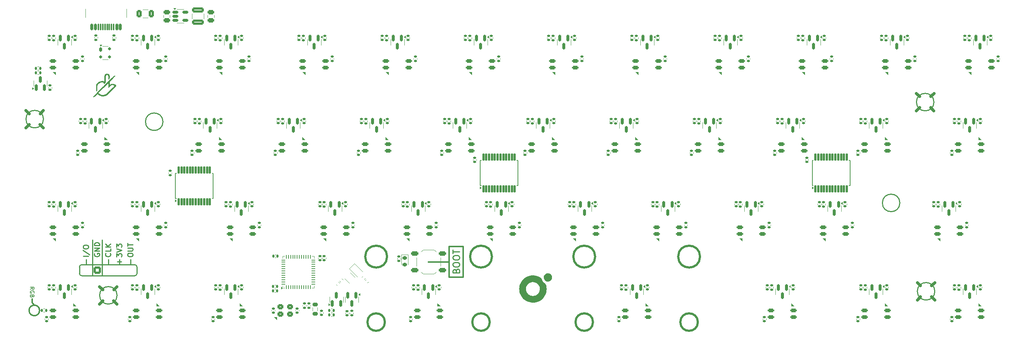
<source format=gbr>
%TF.GenerationSoftware,KiCad,Pcbnew,8.0.4*%
%TF.CreationDate,2024-09-22T03:38:46+02:00*%
%TF.ProjectId,feb42-rounded,66656234-322d-4726-9f75-6e6465642e6b,rev?*%
%TF.SameCoordinates,Original*%
%TF.FileFunction,Legend,Top*%
%TF.FilePolarity,Positive*%
%FSLAX46Y46*%
G04 Gerber Fmt 4.6, Leading zero omitted, Abs format (unit mm)*
G04 Created by KiCad (PCBNEW 8.0.4) date 2024-09-22 03:38:46*
%MOMM*%
%LPD*%
G01*
G04 APERTURE LIST*
G04 Aperture macros list*
%AMRoundRect*
0 Rectangle with rounded corners*
0 $1 Rounding radius*
0 $2 $3 $4 $5 $6 $7 $8 $9 X,Y pos of 4 corners*
0 Add a 4 corners polygon primitive as box body*
4,1,4,$2,$3,$4,$5,$6,$7,$8,$9,$2,$3,0*
0 Add four circle primitives for the rounded corners*
1,1,$1+$1,$2,$3*
1,1,$1+$1,$4,$5*
1,1,$1+$1,$6,$7*
1,1,$1+$1,$8,$9*
0 Add four rect primitives between the rounded corners*
20,1,$1+$1,$2,$3,$4,$5,0*
20,1,$1+$1,$4,$5,$6,$7,0*
20,1,$1+$1,$6,$7,$8,$9,0*
20,1,$1+$1,$8,$9,$2,$3,0*%
G04 Aperture macros list end*
%ADD10C,0.300000*%
%ADD11C,0.200000*%
%ADD12C,0.250000*%
%ADD13C,0.120000*%
%ADD14C,0.100000*%
%ADD15C,0.150000*%
%ADD16C,0.000000*%
%ADD17C,0.700000*%
%ADD18C,0.500000*%
%ADD19RoundRect,0.135000X-0.185000X0.135000X-0.185000X-0.135000X0.185000X-0.135000X0.185000X0.135000X0*%
%ADD20RoundRect,0.135000X0.185000X-0.135000X0.185000X0.135000X-0.185000X0.135000X-0.185000X-0.135000X0*%
%ADD21RoundRect,0.140000X-0.170000X0.140000X-0.170000X-0.140000X0.170000X-0.140000X0.170000X0.140000X0*%
%ADD22RoundRect,0.140000X0.170000X-0.140000X0.170000X0.140000X-0.170000X0.140000X-0.170000X-0.140000X0*%
%ADD23RoundRect,0.200000X0.525000X0.200000X-0.525000X0.200000X-0.525000X-0.200000X0.525000X-0.200000X0*%
%ADD24RoundRect,0.200000X-0.525000X-0.200000X0.525000X-0.200000X0.525000X0.200000X-0.525000X0.200000X0*%
%ADD25RoundRect,0.135000X-0.035355X0.226274X-0.226274X0.035355X0.035355X-0.226274X0.226274X-0.035355X0*%
%ADD26RoundRect,0.150000X-0.150000X0.587500X-0.150000X-0.587500X0.150000X-0.587500X0.150000X0.587500X0*%
%ADD27RoundRect,0.250000X-0.689429X-0.229810X-0.229810X-0.689429X0.689429X0.229810X0.229810X0.689429X0*%
%ADD28RoundRect,0.250000X-0.475000X0.250000X-0.475000X-0.250000X0.475000X-0.250000X0.475000X0.250000X0*%
%ADD29C,0.650000*%
%ADD30RoundRect,0.150000X0.150000X0.575000X-0.150000X0.575000X-0.150000X-0.575000X0.150000X-0.575000X0*%
%ADD31RoundRect,0.075000X0.075000X0.650000X-0.075000X0.650000X-0.075000X-0.650000X0.075000X-0.650000X0*%
%ADD32O,1.000000X2.100000*%
%ADD33O,1.000000X1.600000*%
%ADD34RoundRect,0.112500X0.112500X-0.737500X0.112500X0.737500X-0.112500X0.737500X-0.112500X-0.737500X0*%
%ADD35O,1.700000X1.700000*%
%ADD36RoundRect,0.250000X0.600000X-0.600000X0.600000X0.600000X-0.600000X0.600000X-0.600000X-0.600000X0*%
%ADD37RoundRect,0.250000X1.075000X-0.375000X1.075000X0.375000X-1.075000X0.375000X-1.075000X-0.375000X0*%
%ADD38RoundRect,0.250000X-0.375000X-0.625000X0.375000X-0.625000X0.375000X0.625000X-0.375000X0.625000X0*%
%ADD39RoundRect,0.140000X0.140000X0.170000X-0.140000X0.170000X-0.140000X-0.170000X0.140000X-0.170000X0*%
%ADD40RoundRect,0.250000X-0.450000X-0.350000X0.450000X-0.350000X0.450000X0.350000X-0.450000X0.350000X0*%
%ADD41RoundRect,0.218750X0.381250X-0.218750X0.381250X0.218750X-0.381250X0.218750X-0.381250X-0.218750X0*%
%ADD42RoundRect,0.135000X0.135000X0.185000X-0.135000X0.185000X-0.135000X-0.185000X0.135000X-0.185000X0*%
%ADD43RoundRect,0.175000X-0.175000X-0.325000X0.175000X-0.325000X0.175000X0.325000X-0.175000X0.325000X0*%
%ADD44RoundRect,0.150000X-0.200000X-0.150000X0.200000X-0.150000X0.200000X0.150000X-0.200000X0.150000X0*%
%ADD45RoundRect,0.135000X-0.135000X-0.185000X0.135000X-0.185000X0.135000X0.185000X-0.135000X0.185000X0*%
%ADD46RoundRect,0.062500X0.062500X-0.375000X0.062500X0.375000X-0.062500X0.375000X-0.062500X-0.375000X0*%
%ADD47RoundRect,0.062500X0.375000X-0.062500X0.375000X0.062500X-0.375000X0.062500X-0.375000X-0.062500X0*%
%ADD48RoundRect,0.112500X-0.212132X0.053033X0.053033X-0.212132X0.212132X-0.053033X-0.053033X0.212132X0*%
%ADD49RoundRect,0.250000X0.600000X0.250000X-0.600000X0.250000X-0.600000X-0.250000X0.600000X-0.250000X0*%
%ADD50RoundRect,0.135000X0.226274X0.035355X0.035355X0.226274X-0.226274X-0.035355X-0.035355X-0.226274X0*%
%ADD51RoundRect,0.135000X-0.226274X-0.035355X-0.035355X-0.226274X0.226274X0.035355X0.035355X0.226274X0*%
%ADD52C,1.500000*%
%ADD53RoundRect,0.218750X-0.256250X0.218750X-0.256250X-0.218750X0.256250X-0.218750X0.256250X0.218750X0*%
%ADD54RoundRect,0.150000X0.150000X-0.587500X0.150000X0.587500X-0.150000X0.587500X-0.150000X-0.587500X0*%
%ADD55RoundRect,0.150000X-0.512500X-0.150000X0.512500X-0.150000X0.512500X0.150000X-0.512500X0.150000X0*%
G04 APERTURE END LIST*
D10*
X36840000Y-136705000D02*
X36325000Y-136130000D01*
X131775000Y-123275000D02*
X135000000Y-123275000D01*
X135000000Y-130275000D01*
X131775000Y-130275000D01*
X131775000Y-123275000D01*
X36325000Y-136130000D02*
X36325000Y-135325000D01*
X127068750Y-126775000D02*
X131750000Y-126775000D01*
D11*
X35899042Y-133053571D02*
X36327614Y-132753571D01*
X35899042Y-132539285D02*
X36799042Y-132539285D01*
X36799042Y-132539285D02*
X36799042Y-132882142D01*
X36799042Y-132882142D02*
X36756185Y-132967857D01*
X36756185Y-132967857D02*
X36713328Y-133010714D01*
X36713328Y-133010714D02*
X36627614Y-133053571D01*
X36627614Y-133053571D02*
X36499042Y-133053571D01*
X36499042Y-133053571D02*
X36413328Y-133010714D01*
X36413328Y-133010714D02*
X36370471Y-132967857D01*
X36370471Y-132967857D02*
X36327614Y-132882142D01*
X36327614Y-132882142D02*
X36327614Y-132539285D01*
X36756185Y-133910714D02*
X36799042Y-133825000D01*
X36799042Y-133825000D02*
X36799042Y-133696428D01*
X36799042Y-133696428D02*
X36756185Y-133567857D01*
X36756185Y-133567857D02*
X36670471Y-133482142D01*
X36670471Y-133482142D02*
X36584757Y-133439285D01*
X36584757Y-133439285D02*
X36413328Y-133396428D01*
X36413328Y-133396428D02*
X36284757Y-133396428D01*
X36284757Y-133396428D02*
X36113328Y-133439285D01*
X36113328Y-133439285D02*
X36027614Y-133482142D01*
X36027614Y-133482142D02*
X35941900Y-133567857D01*
X35941900Y-133567857D02*
X35899042Y-133696428D01*
X35899042Y-133696428D02*
X35899042Y-133782142D01*
X35899042Y-133782142D02*
X35941900Y-133910714D01*
X35941900Y-133910714D02*
X35984757Y-133953571D01*
X35984757Y-133953571D02*
X36284757Y-133953571D01*
X36284757Y-133953571D02*
X36284757Y-133782142D01*
X36370471Y-134639285D02*
X36327614Y-134767857D01*
X36327614Y-134767857D02*
X36284757Y-134810714D01*
X36284757Y-134810714D02*
X36199042Y-134853571D01*
X36199042Y-134853571D02*
X36070471Y-134853571D01*
X36070471Y-134853571D02*
X35984757Y-134810714D01*
X35984757Y-134810714D02*
X35941900Y-134767857D01*
X35941900Y-134767857D02*
X35899042Y-134682142D01*
X35899042Y-134682142D02*
X35899042Y-134339285D01*
X35899042Y-134339285D02*
X36799042Y-134339285D01*
X36799042Y-134339285D02*
X36799042Y-134639285D01*
X36799042Y-134639285D02*
X36756185Y-134725000D01*
X36756185Y-134725000D02*
X36713328Y-134767857D01*
X36713328Y-134767857D02*
X36627614Y-134810714D01*
X36627614Y-134810714D02*
X36541900Y-134810714D01*
X36541900Y-134810714D02*
X36456185Y-134767857D01*
X36456185Y-134767857D02*
X36413328Y-134725000D01*
X36413328Y-134725000D02*
X36370471Y-134639285D01*
X36370471Y-134639285D02*
X36370471Y-134339285D01*
D12*
X133370214Y-128810714D02*
X133441642Y-128596428D01*
X133441642Y-128596428D02*
X133513071Y-128524999D01*
X133513071Y-128524999D02*
X133655928Y-128453571D01*
X133655928Y-128453571D02*
X133870214Y-128453571D01*
X133870214Y-128453571D02*
X134013071Y-128524999D01*
X134013071Y-128524999D02*
X134084500Y-128596428D01*
X134084500Y-128596428D02*
X134155928Y-128739285D01*
X134155928Y-128739285D02*
X134155928Y-129310714D01*
X134155928Y-129310714D02*
X132655928Y-129310714D01*
X132655928Y-129310714D02*
X132655928Y-128810714D01*
X132655928Y-128810714D02*
X132727357Y-128667857D01*
X132727357Y-128667857D02*
X132798785Y-128596428D01*
X132798785Y-128596428D02*
X132941642Y-128524999D01*
X132941642Y-128524999D02*
X133084500Y-128524999D01*
X133084500Y-128524999D02*
X133227357Y-128596428D01*
X133227357Y-128596428D02*
X133298785Y-128667857D01*
X133298785Y-128667857D02*
X133370214Y-128810714D01*
X133370214Y-128810714D02*
X133370214Y-129310714D01*
X132655928Y-127524999D02*
X132655928Y-127239285D01*
X132655928Y-127239285D02*
X132727357Y-127096428D01*
X132727357Y-127096428D02*
X132870214Y-126953571D01*
X132870214Y-126953571D02*
X133155928Y-126882142D01*
X133155928Y-126882142D02*
X133655928Y-126882142D01*
X133655928Y-126882142D02*
X133941642Y-126953571D01*
X133941642Y-126953571D02*
X134084500Y-127096428D01*
X134084500Y-127096428D02*
X134155928Y-127239285D01*
X134155928Y-127239285D02*
X134155928Y-127524999D01*
X134155928Y-127524999D02*
X134084500Y-127667857D01*
X134084500Y-127667857D02*
X133941642Y-127810714D01*
X133941642Y-127810714D02*
X133655928Y-127882142D01*
X133655928Y-127882142D02*
X133155928Y-127882142D01*
X133155928Y-127882142D02*
X132870214Y-127810714D01*
X132870214Y-127810714D02*
X132727357Y-127667857D01*
X132727357Y-127667857D02*
X132655928Y-127524999D01*
X132655928Y-125953570D02*
X132655928Y-125667856D01*
X132655928Y-125667856D02*
X132727357Y-125524999D01*
X132727357Y-125524999D02*
X132870214Y-125382142D01*
X132870214Y-125382142D02*
X133155928Y-125310713D01*
X133155928Y-125310713D02*
X133655928Y-125310713D01*
X133655928Y-125310713D02*
X133941642Y-125382142D01*
X133941642Y-125382142D02*
X134084500Y-125524999D01*
X134084500Y-125524999D02*
X134155928Y-125667856D01*
X134155928Y-125667856D02*
X134155928Y-125953570D01*
X134155928Y-125953570D02*
X134084500Y-126096428D01*
X134084500Y-126096428D02*
X133941642Y-126239285D01*
X133941642Y-126239285D02*
X133655928Y-126310713D01*
X133655928Y-126310713D02*
X133155928Y-126310713D01*
X133155928Y-126310713D02*
X132870214Y-126239285D01*
X132870214Y-126239285D02*
X132727357Y-126096428D01*
X132727357Y-126096428D02*
X132655928Y-125953570D01*
X132655928Y-124882141D02*
X132655928Y-124024999D01*
X134155928Y-124453570D02*
X132655928Y-124453570D01*
X55632143Y-125614098D02*
X55632143Y-124871241D01*
X55632143Y-124871241D02*
X56089286Y-125271241D01*
X56089286Y-125271241D02*
X56089286Y-125099812D01*
X56089286Y-125099812D02*
X56146429Y-124985527D01*
X56146429Y-124985527D02*
X56203572Y-124928384D01*
X56203572Y-124928384D02*
X56317858Y-124871241D01*
X56317858Y-124871241D02*
X56603572Y-124871241D01*
X56603572Y-124871241D02*
X56717858Y-124928384D01*
X56717858Y-124928384D02*
X56775001Y-124985527D01*
X56775001Y-124985527D02*
X56832143Y-125099812D01*
X56832143Y-125099812D02*
X56832143Y-125442669D01*
X56832143Y-125442669D02*
X56775001Y-125556955D01*
X56775001Y-125556955D02*
X56717858Y-125614098D01*
X55632143Y-124528384D02*
X56832143Y-124128384D01*
X56832143Y-124128384D02*
X55632143Y-123728384D01*
X55632143Y-123442670D02*
X55632143Y-122699813D01*
X55632143Y-122699813D02*
X56089286Y-123099813D01*
X56089286Y-123099813D02*
X56089286Y-122928384D01*
X56089286Y-122928384D02*
X56146429Y-122814099D01*
X56146429Y-122814099D02*
X56203572Y-122756956D01*
X56203572Y-122756956D02*
X56317858Y-122699813D01*
X56317858Y-122699813D02*
X56603572Y-122699813D01*
X56603572Y-122699813D02*
X56717858Y-122756956D01*
X56717858Y-122756956D02*
X56775001Y-122814099D01*
X56775001Y-122814099D02*
X56832143Y-122928384D01*
X56832143Y-122928384D02*
X56832143Y-123271241D01*
X56832143Y-123271241D02*
X56775001Y-123385527D01*
X56775001Y-123385527D02*
X56717858Y-123442670D01*
X58172143Y-125271241D02*
X58172143Y-125042669D01*
X58172143Y-125042669D02*
X58229286Y-124928384D01*
X58229286Y-124928384D02*
X58343572Y-124814098D01*
X58343572Y-124814098D02*
X58572143Y-124756955D01*
X58572143Y-124756955D02*
X58972143Y-124756955D01*
X58972143Y-124756955D02*
X59200715Y-124814098D01*
X59200715Y-124814098D02*
X59315001Y-124928384D01*
X59315001Y-124928384D02*
X59372143Y-125042669D01*
X59372143Y-125042669D02*
X59372143Y-125271241D01*
X59372143Y-125271241D02*
X59315001Y-125385527D01*
X59315001Y-125385527D02*
X59200715Y-125499812D01*
X59200715Y-125499812D02*
X58972143Y-125556955D01*
X58972143Y-125556955D02*
X58572143Y-125556955D01*
X58572143Y-125556955D02*
X58343572Y-125499812D01*
X58343572Y-125499812D02*
X58229286Y-125385527D01*
X58229286Y-125385527D02*
X58172143Y-125271241D01*
X58172143Y-124242669D02*
X59143572Y-124242669D01*
X59143572Y-124242669D02*
X59257858Y-124185526D01*
X59257858Y-124185526D02*
X59315001Y-124128384D01*
X59315001Y-124128384D02*
X59372143Y-124014098D01*
X59372143Y-124014098D02*
X59372143Y-123785526D01*
X59372143Y-123785526D02*
X59315001Y-123671241D01*
X59315001Y-123671241D02*
X59257858Y-123614098D01*
X59257858Y-123614098D02*
X59143572Y-123556955D01*
X59143572Y-123556955D02*
X58172143Y-123556955D01*
X58172143Y-123156955D02*
X58172143Y-122471241D01*
X59372143Y-122814098D02*
X58172143Y-122814098D01*
X49212143Y-125499812D02*
X48012143Y-125499812D01*
X47955001Y-124071240D02*
X49497858Y-125099812D01*
X48012143Y-123442669D02*
X48012143Y-123214097D01*
X48012143Y-123214097D02*
X48069286Y-123099812D01*
X48069286Y-123099812D02*
X48183572Y-122985526D01*
X48183572Y-122985526D02*
X48412143Y-122928383D01*
X48412143Y-122928383D02*
X48812143Y-122928383D01*
X48812143Y-122928383D02*
X49040715Y-122985526D01*
X49040715Y-122985526D02*
X49155001Y-123099812D01*
X49155001Y-123099812D02*
X49212143Y-123214097D01*
X49212143Y-123214097D02*
X49212143Y-123442669D01*
X49212143Y-123442669D02*
X49155001Y-123556955D01*
X49155001Y-123556955D02*
X49040715Y-123671240D01*
X49040715Y-123671240D02*
X48812143Y-123728383D01*
X48812143Y-123728383D02*
X48412143Y-123728383D01*
X48412143Y-123728383D02*
X48183572Y-123671240D01*
X48183572Y-123671240D02*
X48069286Y-123556955D01*
X48069286Y-123556955D02*
X48012143Y-123442669D01*
X50609286Y-124871241D02*
X50552143Y-124985527D01*
X50552143Y-124985527D02*
X50552143Y-125156955D01*
X50552143Y-125156955D02*
X50609286Y-125328384D01*
X50609286Y-125328384D02*
X50723572Y-125442669D01*
X50723572Y-125442669D02*
X50837858Y-125499812D01*
X50837858Y-125499812D02*
X51066429Y-125556955D01*
X51066429Y-125556955D02*
X51237858Y-125556955D01*
X51237858Y-125556955D02*
X51466429Y-125499812D01*
X51466429Y-125499812D02*
X51580715Y-125442669D01*
X51580715Y-125442669D02*
X51695001Y-125328384D01*
X51695001Y-125328384D02*
X51752143Y-125156955D01*
X51752143Y-125156955D02*
X51752143Y-125042669D01*
X51752143Y-125042669D02*
X51695001Y-124871241D01*
X51695001Y-124871241D02*
X51637858Y-124814098D01*
X51637858Y-124814098D02*
X51237858Y-124814098D01*
X51237858Y-124814098D02*
X51237858Y-125042669D01*
X51752143Y-124299812D02*
X50552143Y-124299812D01*
X50552143Y-124299812D02*
X51752143Y-123614098D01*
X51752143Y-123614098D02*
X50552143Y-123614098D01*
X51752143Y-123042669D02*
X50552143Y-123042669D01*
X50552143Y-123042669D02*
X50552143Y-122756955D01*
X50552143Y-122756955D02*
X50609286Y-122585526D01*
X50609286Y-122585526D02*
X50723572Y-122471241D01*
X50723572Y-122471241D02*
X50837858Y-122414098D01*
X50837858Y-122414098D02*
X51066429Y-122356955D01*
X51066429Y-122356955D02*
X51237858Y-122356955D01*
X51237858Y-122356955D02*
X51466429Y-122414098D01*
X51466429Y-122414098D02*
X51580715Y-122471241D01*
X51580715Y-122471241D02*
X51695001Y-122585526D01*
X51695001Y-122585526D02*
X51752143Y-122756955D01*
X51752143Y-122756955D02*
X51752143Y-123042669D01*
X54177858Y-124814098D02*
X54235001Y-124871241D01*
X54235001Y-124871241D02*
X54292143Y-125042669D01*
X54292143Y-125042669D02*
X54292143Y-125156955D01*
X54292143Y-125156955D02*
X54235001Y-125328384D01*
X54235001Y-125328384D02*
X54120715Y-125442669D01*
X54120715Y-125442669D02*
X54006429Y-125499812D01*
X54006429Y-125499812D02*
X53777858Y-125556955D01*
X53777858Y-125556955D02*
X53606429Y-125556955D01*
X53606429Y-125556955D02*
X53377858Y-125499812D01*
X53377858Y-125499812D02*
X53263572Y-125442669D01*
X53263572Y-125442669D02*
X53149286Y-125328384D01*
X53149286Y-125328384D02*
X53092143Y-125156955D01*
X53092143Y-125156955D02*
X53092143Y-125042669D01*
X53092143Y-125042669D02*
X53149286Y-124871241D01*
X53149286Y-124871241D02*
X53206429Y-124814098D01*
X54292143Y-123728384D02*
X54292143Y-124299812D01*
X54292143Y-124299812D02*
X53092143Y-124299812D01*
X54292143Y-123328383D02*
X53092143Y-123328383D01*
X54292143Y-122642669D02*
X53606429Y-123156955D01*
X53092143Y-122642669D02*
X53777858Y-123328383D01*
D13*
%TO.C,R6*%
X109120000Y-138386360D02*
X109120000Y-138693642D01*
X109880000Y-138386360D02*
X109880000Y-138693642D01*
%TO.C,R2*%
X119910001Y-126216140D02*
X119910001Y-125908858D01*
X120670001Y-126216140D02*
X120670001Y-125908858D01*
%TO.C,HECC30*%
X158977500Y-113479664D02*
X158977500Y-113695336D01*
X159697500Y-113479664D02*
X159697500Y-113695336D01*
%TO.C,HER5*%
X117095000Y-75641141D02*
X117095000Y-75333859D01*
X117855000Y-75641141D02*
X117855000Y-75333859D01*
%TO.C,HECC39*%
X170883750Y-132529664D02*
X170883750Y-132745336D01*
X171603750Y-132529664D02*
X171603750Y-132745336D01*
%TO.C,LEDC10*%
X218915000Y-80147164D02*
X218915000Y-80362836D01*
X219635000Y-80147164D02*
X219635000Y-80362836D01*
%TO.C,LEDC20*%
X186902500Y-101912836D02*
X186902500Y-101697164D01*
X187622500Y-101912836D02*
X187622500Y-101697164D01*
%TO.C,HER9*%
X193295000Y-75641141D02*
X193295000Y-75333859D01*
X194055000Y-75641141D02*
X194055000Y-75333859D01*
%TO.C,HECC22*%
X225652500Y-94429664D02*
X225652500Y-94645336D01*
X226372500Y-94429664D02*
X226372500Y-94645336D01*
%TO.C,HEC3*%
X83915000Y-75379664D02*
X83915000Y-75595336D01*
X84635000Y-75379664D02*
X84635000Y-75595336D01*
D14*
%TO.C,LED14*%
X79694500Y-98777000D02*
X79094500Y-98777000D01*
X79094500Y-98177000D01*
X79694500Y-98777000D01*
G36*
X79694500Y-98777000D02*
G01*
X79094500Y-98777000D01*
X79094500Y-98177000D01*
X79694500Y-98777000D01*
G37*
%TO.C,LED41*%
X232094500Y-136877000D02*
X231494500Y-136877000D01*
X231494500Y-136277000D01*
X232094500Y-136877000D01*
G36*
X232094500Y-136877000D02*
G01*
X231494500Y-136877000D01*
X231494500Y-136277000D01*
X232094500Y-136877000D01*
G37*
D13*
%TO.C,HEC35*%
X45815000Y-132529664D02*
X45815000Y-132745336D01*
X46535000Y-132529664D02*
X46535000Y-132745336D01*
%TO.C,LEDC35*%
X39265000Y-140012836D02*
X39265000Y-139797164D01*
X39985000Y-140012836D02*
X39985000Y-139797164D01*
%TO.C,HER27*%
X102807500Y-113741141D02*
X102807500Y-113433859D01*
X103567500Y-113741141D02*
X103567500Y-113433859D01*
%TO.C,LEDC40*%
X203571250Y-140012836D02*
X203571250Y-139797164D01*
X204291250Y-140012836D02*
X204291250Y-139797164D01*
D14*
%TO.C,LED4*%
X98843000Y-83883000D02*
X98243000Y-83283000D01*
X98843000Y-83283000D01*
X98843000Y-83883000D01*
G36*
X98843000Y-83883000D02*
G01*
X98243000Y-83283000D01*
X98843000Y-83283000D01*
X98843000Y-83883000D01*
G37*
%TO.C,LED31*%
X179805500Y-121983000D02*
X179205500Y-121383000D01*
X179805500Y-121383000D01*
X179805500Y-121983000D01*
G36*
X179805500Y-121983000D02*
G01*
X179205500Y-121383000D01*
X179805500Y-121383000D01*
X179805500Y-121983000D01*
G37*
D13*
%TO.C,R8*%
X112777027Y-130810571D02*
X112559746Y-131027852D01*
X113314428Y-131347972D02*
X113097147Y-131565253D01*
%TO.C,HE27*%
X104077500Y-114525000D02*
X104077500Y-113875000D01*
X104077500Y-114525000D02*
X104077500Y-115175000D01*
X107197500Y-114525000D02*
X107197500Y-113875000D01*
X107197500Y-114525000D02*
X107197500Y-115175000D01*
X107477500Y-113602500D02*
X107147500Y-113362500D01*
X107477500Y-113122500D01*
X107477500Y-113602500D01*
G36*
X107477500Y-113602500D02*
G01*
X107147500Y-113362500D01*
X107477500Y-113122500D01*
X107477500Y-113602500D01*
G37*
%TO.C,HECC10*%
X211365000Y-75379664D02*
X211365000Y-75595336D01*
X212085000Y-75379664D02*
X212085000Y-75595336D01*
%TO.C,HE7*%
X156465000Y-76425000D02*
X156465000Y-75775000D01*
X156465000Y-76425000D02*
X156465000Y-77075000D01*
X159585000Y-76425000D02*
X159585000Y-75775000D01*
X159585000Y-76425000D02*
X159585000Y-77075000D01*
X159865000Y-75502500D02*
X159535000Y-75262500D01*
X159865000Y-75022500D01*
X159865000Y-75502500D01*
G36*
X159865000Y-75502500D02*
G01*
X159535000Y-75262500D01*
X159865000Y-75022500D01*
X159865000Y-75502500D01*
G37*
%TO.C,USBR1*%
X50570000Y-75241360D02*
X50570000Y-75548642D01*
X51330000Y-75241360D02*
X51330000Y-75548642D01*
%TO.C,HE26*%
X82646250Y-114525000D02*
X82646250Y-113875000D01*
X82646250Y-114525000D02*
X82646250Y-115175000D01*
X85766250Y-114525000D02*
X85766250Y-113875000D01*
X85766250Y-114525000D02*
X85766250Y-115175000D01*
X86046250Y-113602500D02*
X85716250Y-113362500D01*
X86046250Y-113122500D01*
X86046250Y-113602500D01*
G36*
X86046250Y-113602500D02*
G01*
X85716250Y-113362500D01*
X86046250Y-113122500D01*
X86046250Y-113602500D01*
G37*
%TO.C,LEDC15*%
X91652500Y-101912836D02*
X91652500Y-101697164D01*
X92372500Y-101912836D02*
X92372500Y-101697164D01*
%TO.C,HE40*%
X206471250Y-133575000D02*
X206471250Y-132925000D01*
X206471250Y-133575000D02*
X206471250Y-134225000D01*
X209591250Y-133575000D02*
X209591250Y-132925000D01*
X209591250Y-133575000D02*
X209591250Y-134225000D01*
X209871250Y-132652500D02*
X209541250Y-132412500D01*
X209871250Y-132172500D01*
X209871250Y-132652500D01*
G36*
X209871250Y-132652500D02*
G01*
X209541250Y-132412500D01*
X209871250Y-132172500D01*
X209871250Y-132652500D01*
G37*
%TO.C,HE29*%
X142177500Y-114525000D02*
X142177500Y-113875000D01*
X142177500Y-114525000D02*
X142177500Y-115175000D01*
X145297500Y-114525000D02*
X145297500Y-113875000D01*
X145297500Y-114525000D02*
X145297500Y-115175000D01*
X145577500Y-113602500D02*
X145247500Y-113362500D01*
X145577500Y-113122500D01*
X145577500Y-113602500D01*
G36*
X145577500Y-113602500D02*
G01*
X145247500Y-113362500D01*
X145577500Y-113122500D01*
X145577500Y-113602500D01*
G37*
%TO.C,HE42*%
X249333750Y-133575000D02*
X249333750Y-132925000D01*
X249333750Y-133575000D02*
X249333750Y-134225000D01*
X252453750Y-133575000D02*
X252453750Y-132925000D01*
X252453750Y-133575000D02*
X252453750Y-134225000D01*
X252733750Y-132652500D02*
X252403750Y-132412500D01*
X252733750Y-132172500D01*
X252733750Y-132652500D01*
G36*
X252733750Y-132652500D02*
G01*
X252403750Y-132412500D01*
X252733750Y-132172500D01*
X252733750Y-132652500D01*
G37*
%TO.C,HER19*%
X169482500Y-94691141D02*
X169482500Y-94383859D01*
X170242500Y-94691141D02*
X170242500Y-94383859D01*
%TO.C,HECC7*%
X154215000Y-75379664D02*
X154215000Y-75595336D01*
X154935000Y-75379664D02*
X154935000Y-75595336D01*
D14*
%TO.C,LED11*%
X232193000Y-83883000D02*
X231593000Y-83283000D01*
X232193000Y-83283000D01*
X232193000Y-83883000D01*
G36*
X232193000Y-83883000D02*
G01*
X231593000Y-83283000D01*
X232193000Y-83283000D01*
X232193000Y-83883000D01*
G37*
%TO.C,LED29*%
X141705500Y-121983000D02*
X141105500Y-121383000D01*
X141705500Y-121383000D01*
X141705500Y-121983000D01*
G36*
X141705500Y-121983000D02*
G01*
X141105500Y-121383000D01*
X141705500Y-121383000D01*
X141705500Y-121983000D01*
G37*
D13*
%TO.C,MC13*%
X98270000Y-136687164D02*
X98270000Y-136902836D01*
X98990000Y-136687164D02*
X98990000Y-136902836D01*
D14*
%TO.C,LED39*%
X177325750Y-136877000D02*
X176725750Y-136877000D01*
X176725750Y-136277000D01*
X177325750Y-136877000D01*
G36*
X177325750Y-136877000D02*
G01*
X176725750Y-136877000D01*
X176725750Y-136277000D01*
X177325750Y-136877000D01*
G37*
D13*
%TO.C,HEC42*%
X252983750Y-132529664D02*
X252983750Y-132745336D01*
X253703750Y-132529664D02*
X253703750Y-132745336D01*
D14*
%TO.C,LED22*%
X232094500Y-98777000D02*
X231494500Y-98777000D01*
X231494500Y-98177000D01*
X232094500Y-98777000D01*
G36*
X232094500Y-98777000D02*
G01*
X231494500Y-98777000D01*
X231494500Y-98177000D01*
X232094500Y-98777000D01*
G37*
D13*
%TO.C,LEDC28*%
X128427500Y-118247164D02*
X128427500Y-118462836D01*
X129147500Y-118247164D02*
X129147500Y-118462836D01*
%TO.C,HE18*%
X151702500Y-95475000D02*
X151702500Y-94825000D01*
X151702500Y-95475000D02*
X151702500Y-96125000D01*
X154822500Y-95475000D02*
X154822500Y-94825000D01*
X154822500Y-95475000D02*
X154822500Y-96125000D01*
X155102500Y-94552500D02*
X154772500Y-94312500D01*
X155102500Y-94072500D01*
X155102500Y-94552500D01*
G36*
X155102500Y-94552500D02*
G01*
X154772500Y-94312500D01*
X155102500Y-94072500D01*
X155102500Y-94552500D01*
G37*
%TO.C,LEDC5*%
X123665000Y-80147164D02*
X123665000Y-80362836D01*
X124385000Y-80147164D02*
X124385000Y-80362836D01*
%TO.C,HEC24*%
X45815000Y-113479664D02*
X45815000Y-113695336D01*
X46535000Y-113479664D02*
X46535000Y-113695336D01*
%TO.C,HEC14*%
X79152500Y-94429664D02*
X79152500Y-94645336D01*
X79872500Y-94429664D02*
X79872500Y-94645336D01*
%TO.C,HE34*%
X244571250Y-114525000D02*
X244571250Y-113875000D01*
X244571250Y-114525000D02*
X244571250Y-115175000D01*
X247691250Y-114525000D02*
X247691250Y-113875000D01*
X247691250Y-114525000D02*
X247691250Y-115175000D01*
X247971250Y-113602500D02*
X247641250Y-113362500D01*
X247971250Y-113122500D01*
X247971250Y-113602500D01*
G36*
X247971250Y-113602500D02*
G01*
X247641250Y-113362500D01*
X247971250Y-113122500D01*
X247971250Y-113602500D01*
G37*
%TO.C,MC8*%
X102815000Y-125837164D02*
X102815000Y-126052836D01*
X103535000Y-125837164D02*
X103535000Y-126052836D01*
%TO.C,BRC3*%
X107910619Y-130597553D02*
X108916481Y-131603415D01*
X109197553Y-129310619D02*
X110203415Y-130316481D01*
%TO.C,HER16*%
X112332500Y-94691141D02*
X112332500Y-94383859D01*
X113092500Y-94691141D02*
X113092500Y-94383859D01*
%TO.C,PWRC1*%
X66415000Y-70238748D02*
X66415000Y-70761252D01*
X67885000Y-70238748D02*
X67885000Y-70761252D01*
%TO.C,HECC31*%
X178027500Y-113479664D02*
X178027500Y-113695336D01*
X178747500Y-113479664D02*
X178747500Y-113695336D01*
%TO.C,USB1*%
X48550000Y-70800000D02*
X48550000Y-68800000D01*
X57950000Y-70800000D02*
X57950000Y-68800000D01*
%TO.C,LEDC14*%
X72602500Y-101912836D02*
X72602500Y-101697164D01*
X73322500Y-101912836D02*
X73322500Y-101697164D01*
D15*
%TO.C,MP1*%
X69125000Y-106525000D02*
X69350000Y-106525000D01*
X69125000Y-112275000D02*
X69125000Y-106525000D01*
X69125000Y-112275000D02*
X69350000Y-112275000D01*
X77775000Y-106525000D02*
X77550000Y-106525000D01*
X77775000Y-112275000D02*
X77550000Y-112275000D01*
X77775000Y-112275000D02*
X77775000Y-106525000D01*
D13*
X69375000Y-112775000D02*
X69045000Y-113015000D01*
X69045000Y-112535000D01*
X69375000Y-112775000D01*
G36*
X69375000Y-112775000D02*
G01*
X69045000Y-113015000D01*
X69045000Y-112535000D01*
X69375000Y-112775000D01*
G37*
%TO.C,R7*%
X112027495Y-130039824D02*
X111810214Y-130257105D01*
X112564896Y-130577225D02*
X112347615Y-130794506D01*
%TO.C,HER14*%
X74232500Y-94691141D02*
X74232500Y-94383859D01*
X74992500Y-94691141D02*
X74992500Y-94383859D01*
%TO.C,HER17*%
X131382500Y-94691141D02*
X131382500Y-94383859D01*
X132142500Y-94691141D02*
X132142500Y-94383859D01*
%TO.C,HEC29*%
X145827500Y-113479664D02*
X145827500Y-113695336D01*
X146547500Y-113479664D02*
X146547500Y-113695336D01*
%TO.C,HECC20*%
X187552500Y-94429664D02*
X187552500Y-94645336D01*
X188272500Y-94429664D02*
X188272500Y-94645336D01*
%TO.C,LEDC19*%
X167852499Y-101912836D02*
X167852499Y-101697164D01*
X168572499Y-101912836D02*
X168572499Y-101697164D01*
%TO.C,HEC21*%
X212502500Y-94429664D02*
X212502500Y-94645336D01*
X213222500Y-94429664D02*
X213222500Y-94645336D01*
%TO.C,HECC28*%
X120877500Y-113479664D02*
X120877500Y-113695336D01*
X121597500Y-113479664D02*
X121597500Y-113695336D01*
%TO.C,HEC20*%
X193452500Y-94429664D02*
X193452500Y-94645336D01*
X194172500Y-94429664D02*
X194172500Y-94645336D01*
%TO.C,CR_C4*%
X91165000Y-137817164D02*
X91165000Y-138032836D01*
X91885000Y-137817164D02*
X91885000Y-138032836D01*
D14*
%TO.C,LED3*%
X79793000Y-83883000D02*
X79193000Y-83283000D01*
X79793000Y-83283000D01*
X79793000Y-83883000D01*
G36*
X79793000Y-83883000D02*
G01*
X79193000Y-83283000D01*
X79793000Y-83283000D01*
X79793000Y-83883000D01*
G37*
D12*
%TO.C,J1*%
X47170001Y-129450000D02*
X47170001Y-127950000D01*
X47670001Y-127450000D02*
X59830001Y-127450000D01*
X47670001Y-129950000D02*
X59830001Y-129950000D01*
X48670001Y-127450000D02*
X48670001Y-126200000D01*
X50110001Y-129950000D02*
X50110001Y-121700000D01*
X52310001Y-129950000D02*
X52310001Y-121700000D01*
X53750001Y-127450000D02*
X53750001Y-126200000D01*
X56290001Y-127450000D02*
X56290001Y-126200000D01*
X56790001Y-126700000D02*
X55790001Y-126700000D01*
X58830001Y-127450000D02*
X58830001Y-126200000D01*
X60330001Y-129450000D02*
X60330001Y-127950000D01*
X47170001Y-127950000D02*
G75*
G02*
X47670001Y-127450000I500000J0D01*
G01*
X47670001Y-129950000D02*
G75*
G02*
X47170001Y-129450000I1J500001D01*
G01*
X59830001Y-127450000D02*
G75*
G02*
X60330001Y-127950000I0J-500000D01*
G01*
X60330001Y-129450000D02*
G75*
G02*
X59830001Y-129950000I-500001J1D01*
G01*
D13*
%TO.C,LEDC8*%
X180815000Y-80147164D02*
X180815000Y-80362836D01*
X181535000Y-80147164D02*
X181535000Y-80362836D01*
%TO.C,HER24*%
X40894999Y-113741141D02*
X40894999Y-113433859D01*
X41654999Y-113741141D02*
X41654999Y-113433859D01*
D14*
%TO.C,LED26*%
X82174250Y-121983000D02*
X81574250Y-121383000D01*
X82174250Y-121383000D01*
X82174250Y-121983000D01*
G36*
X82174250Y-121983000D02*
G01*
X81574250Y-121383000D01*
X82174250Y-121383000D01*
X82174250Y-121983000D01*
G37*
D13*
%TO.C,LMR1*%
X40060000Y-87043641D02*
X40060000Y-86736359D01*
X40820000Y-87043641D02*
X40820000Y-86736359D01*
%TO.C,PWRL1*%
X72890000Y-71102064D02*
X72890000Y-69897936D01*
X75610000Y-71102064D02*
X75610000Y-69897936D01*
%TO.C,HER10*%
X212345000Y-75641141D02*
X212345000Y-75333859D01*
X213105000Y-75641141D02*
X213105000Y-75333859D01*
%TO.C,LEDC25*%
X66515000Y-118247164D02*
X66515000Y-118462836D01*
X67235000Y-118247164D02*
X67235000Y-118462836D01*
%TO.C,HEC28*%
X126777500Y-113479664D02*
X126777500Y-113695336D01*
X127497500Y-113479664D02*
X127497500Y-113695336D01*
%TO.C,LEDC41*%
X225002500Y-140012836D02*
X225002500Y-139797164D01*
X225722500Y-140012836D02*
X225722500Y-139797164D01*
%TO.C,HE39*%
X173133750Y-133575000D02*
X173133750Y-132925000D01*
X173133750Y-133575000D02*
X173133750Y-134225000D01*
X176253750Y-133575000D02*
X176253750Y-132925000D01*
X176253750Y-133575000D02*
X176253750Y-134225000D01*
X176533750Y-132652500D02*
X176203750Y-132412500D01*
X176533750Y-132172500D01*
X176533750Y-132652500D01*
G36*
X176533750Y-132652500D02*
G01*
X176203750Y-132412500D01*
X176533750Y-132172500D01*
X176533750Y-132652500D01*
G37*
%TO.C,HEC22*%
X231552500Y-94429664D02*
X231552500Y-94645336D01*
X232272500Y-94429664D02*
X232272500Y-94645336D01*
%TO.C,PWRF1*%
X61647936Y-68990000D02*
X62852064Y-68990000D01*
X61647936Y-70810000D02*
X62852064Y-70810000D01*
D14*
%TO.C,LED27*%
X103605500Y-121983000D02*
X103005500Y-121383000D01*
X103605500Y-121383000D01*
X103605500Y-121983000D01*
G36*
X103605500Y-121983000D02*
G01*
X103005500Y-121383000D01*
X103605500Y-121383000D01*
X103605500Y-121983000D01*
G37*
D15*
%TO.C,MP2*%
X138875000Y-103525000D02*
X139100000Y-103525000D01*
X138875000Y-109275000D02*
X138875000Y-103525000D01*
X138875000Y-109275000D02*
X139100000Y-109275000D01*
X147525000Y-103525000D02*
X147300000Y-103525000D01*
X147525000Y-109275000D02*
X147300000Y-109275000D01*
X147525000Y-109275000D02*
X147525000Y-103525000D01*
D13*
X139125000Y-109775000D02*
X138795000Y-110015000D01*
X138795000Y-109535000D01*
X139125000Y-109775000D01*
G36*
X139125000Y-109775000D02*
G01*
X138795000Y-110015000D01*
X138795000Y-109535000D01*
X139125000Y-109775000D01*
G37*
%TO.C,HER31*%
X179007500Y-113741141D02*
X179007500Y-113433859D01*
X179767500Y-113741141D02*
X179767500Y-113433859D01*
D14*
%TO.C,LED33*%
X217905500Y-121983000D02*
X217305500Y-121383000D01*
X217905500Y-121383000D01*
X217905500Y-121983000D01*
G36*
X217905500Y-121983000D02*
G01*
X217305500Y-121383000D01*
X217905500Y-121383000D01*
X217905500Y-121983000D01*
G37*
D13*
%TO.C,HEC41*%
X231552500Y-132529664D02*
X231552500Y-132745336D01*
X232272500Y-132529664D02*
X232272500Y-132745336D01*
D14*
%TO.C,LED5*%
X117893000Y-83883000D02*
X117293000Y-83283000D01*
X117893000Y-83283000D01*
X117893000Y-83883000D01*
G36*
X117893000Y-83883000D02*
G01*
X117293000Y-83283000D01*
X117893000Y-83283000D01*
X117893000Y-83883000D01*
G37*
D13*
%TO.C,MC11*%
X92047836Y-132065000D02*
X91832164Y-132065000D01*
X92047836Y-132785000D02*
X91832164Y-132785000D01*
%TO.C,HE19*%
X170752500Y-95475000D02*
X170752500Y-94825000D01*
X170752500Y-95475000D02*
X170752500Y-96125000D01*
X173872500Y-95475000D02*
X173872500Y-94825000D01*
X173872500Y-95475000D02*
X173872500Y-96125000D01*
X174152500Y-94552500D02*
X173822500Y-94312500D01*
X174152500Y-94072500D01*
X174152500Y-94552500D01*
G36*
X174152500Y-94552500D02*
G01*
X173822500Y-94312500D01*
X174152500Y-94072500D01*
X174152500Y-94552500D01*
G37*
%TO.C,HECC17*%
X130402500Y-94429664D02*
X130402500Y-94645336D01*
X131122500Y-94429664D02*
X131122500Y-94645336D01*
%TO.C,HEC33*%
X222027500Y-113479664D02*
X222027500Y-113695336D01*
X222747500Y-113479664D02*
X222747500Y-113695336D01*
%TO.C,HECC37*%
X78015000Y-132529664D02*
X78015000Y-132745336D01*
X78735000Y-132529664D02*
X78735000Y-132745336D01*
%TO.C,HECC32*%
X197077500Y-113479664D02*
X197077500Y-113695336D01*
X197797500Y-113479664D02*
X197797500Y-113695336D01*
%TO.C,HEC19*%
X174402500Y-94429664D02*
X174402500Y-94645336D01*
X175122500Y-94429664D02*
X175122500Y-94645336D01*
%TO.C,HER37*%
X78995000Y-132791141D02*
X78995000Y-132483859D01*
X79755000Y-132791141D02*
X79755000Y-132483859D01*
%TO.C,HER21*%
X207582500Y-94691141D02*
X207582500Y-94383859D01*
X208342500Y-94691141D02*
X208342500Y-94383859D01*
%TO.C,MC14*%
X99290000Y-136687164D02*
X99290000Y-136902836D01*
X100010000Y-136687164D02*
X100010000Y-136902836D01*
%TO.C,HECC15*%
X92302500Y-94429664D02*
X92302500Y-94645336D01*
X93022500Y-94429664D02*
X93022500Y-94645336D01*
%TO.C,MPC3*%
X213290000Y-103292164D02*
X213290000Y-103507836D01*
X214010000Y-103292164D02*
X214010000Y-103507836D01*
D14*
%TO.C,CR2*%
X92350000Y-140053000D02*
X91750000Y-139453000D01*
X92350000Y-139453000D01*
X92350000Y-140053000D01*
G36*
X92350000Y-140053000D02*
G01*
X91750000Y-139453000D01*
X92350000Y-139453000D01*
X92350000Y-140053000D01*
G37*
%TO.C,LED37*%
X84457000Y-136877000D02*
X83857000Y-136877000D01*
X83857000Y-136277000D01*
X84457000Y-136877000D01*
G36*
X84457000Y-136877000D02*
G01*
X83857000Y-136877000D01*
X83857000Y-136277000D01*
X84457000Y-136877000D01*
G37*
D13*
%TO.C,HEC13*%
X52958750Y-94429664D02*
X52958750Y-94645336D01*
X53678750Y-94429664D02*
X53678750Y-94645336D01*
%TO.C,HEC27*%
X107727500Y-113479664D02*
X107727500Y-113695336D01*
X108447500Y-113479664D02*
X108447500Y-113695336D01*
D14*
%TO.C,LED20*%
X193994500Y-98777000D02*
X193394500Y-98777000D01*
X193394500Y-98177000D01*
X193994500Y-98777000D01*
G36*
X193994500Y-98777000D02*
G01*
X193394500Y-98777000D01*
X193394500Y-98177000D01*
X193994500Y-98777000D01*
G37*
D13*
%TO.C,HECC1*%
X39914999Y-75379664D02*
X39914999Y-75595336D01*
X40634999Y-75379664D02*
X40634999Y-75595336D01*
D16*
%TO.C,G\u002A\u002A\u002A*%
G36*
X154588076Y-129406976D02*
G01*
X154746041Y-129457468D01*
X154899351Y-129538969D01*
X155039205Y-129644957D01*
X155156801Y-129768914D01*
X155233505Y-129885078D01*
X155304159Y-130058246D01*
X155340118Y-130242187D01*
X155341382Y-130429843D01*
X155307954Y-130614154D01*
X155239834Y-130788064D01*
X155233342Y-130800460D01*
X155173943Y-130889993D01*
X155091270Y-130986204D01*
X154996706Y-131077712D01*
X154901631Y-131153135D01*
X154846460Y-131187342D01*
X154678912Y-131255672D01*
X154497183Y-131292207D01*
X154311485Y-131295681D01*
X154160860Y-131272358D01*
X153984529Y-131210270D01*
X153826647Y-131116162D01*
X153690682Y-130994108D01*
X153580107Y-130848182D01*
X153498392Y-130682455D01*
X153449008Y-130501002D01*
X153439119Y-130425317D01*
X153440485Y-130239936D01*
X153476714Y-130064587D01*
X153544196Y-129902469D01*
X153639319Y-129756784D01*
X153758472Y-129630733D01*
X153898042Y-129527516D01*
X154054419Y-129450336D01*
X154223991Y-129402392D01*
X154403146Y-129386885D01*
X154588076Y-129406976D01*
G37*
G36*
X151194181Y-129871006D02*
G01*
X151543111Y-129920641D01*
X151881778Y-130006256D01*
X152206552Y-130126630D01*
X152513800Y-130280542D01*
X152640077Y-130357021D01*
X152737134Y-130420811D01*
X152809281Y-130474997D01*
X152863011Y-130528123D01*
X152904818Y-130588732D01*
X152941196Y-130665368D01*
X152978637Y-130766574D01*
X153000510Y-130831230D01*
X153076032Y-131025215D01*
X153166556Y-131193161D01*
X153277586Y-131342078D01*
X153414625Y-131478977D01*
X153583175Y-131610869D01*
X153646872Y-131654637D01*
X153741657Y-131722767D01*
X153809809Y-131786448D01*
X153860304Y-131857323D01*
X153902119Y-131947034D01*
X153928554Y-132019958D01*
X154018451Y-132344044D01*
X154071230Y-132675293D01*
X154087373Y-133010222D01*
X154067362Y-133345346D01*
X154011676Y-133677181D01*
X153920799Y-134002245D01*
X153795210Y-134317054D01*
X153635391Y-134618123D01*
X153551477Y-134749614D01*
X153341544Y-135026846D01*
X153105612Y-135276216D01*
X152846321Y-135496455D01*
X152566305Y-135686291D01*
X152268205Y-135844453D01*
X151954656Y-135969670D01*
X151628296Y-136060670D01*
X151291763Y-136116182D01*
X150947695Y-136134936D01*
X150697667Y-136125034D01*
X150359948Y-136079338D01*
X150033163Y-135997777D01*
X149719656Y-135882405D01*
X149421777Y-135735279D01*
X149141870Y-135558453D01*
X148882283Y-135353984D01*
X148645362Y-135123927D01*
X148433455Y-134870338D01*
X148248907Y-134595272D01*
X148094066Y-134300785D01*
X147971278Y-133988933D01*
X147882891Y-133661771D01*
X147882293Y-133658925D01*
X147829144Y-133314582D01*
X147817132Y-133056589D01*
X149373232Y-133056589D01*
X149400087Y-133288395D01*
X149461028Y-133514637D01*
X149553817Y-133730035D01*
X149676215Y-133929306D01*
X149825985Y-134107171D01*
X149985497Y-134246963D01*
X150199984Y-134385143D01*
X150425477Y-134486733D01*
X150659733Y-134551140D01*
X150900509Y-134577769D01*
X151145563Y-134566025D01*
X151174126Y-134562157D01*
X151407879Y-134509133D01*
X151629407Y-134421121D01*
X151834904Y-134301271D01*
X152020560Y-134152733D01*
X152182568Y-133978655D01*
X152317120Y-133782188D01*
X152420407Y-133566480D01*
X152438705Y-133516325D01*
X152501181Y-133278654D01*
X152526358Y-133041798D01*
X152515940Y-132808957D01*
X152471630Y-132583332D01*
X152395134Y-132368121D01*
X152288155Y-132166525D01*
X152152399Y-131981744D01*
X151989569Y-131816978D01*
X151801370Y-131675426D01*
X151589506Y-131560289D01*
X151355682Y-131474766D01*
X151350538Y-131473308D01*
X151196618Y-131442382D01*
X151021990Y-131427749D01*
X150841465Y-131429409D01*
X150669855Y-131447362D01*
X150549461Y-131473308D01*
X150310736Y-131559765D01*
X150094041Y-131677116D01*
X149901505Y-131822895D01*
X149735257Y-131994637D01*
X149597425Y-132189875D01*
X149490140Y-132406146D01*
X149415530Y-132640982D01*
X149382700Y-132824502D01*
X149373232Y-133056589D01*
X147817132Y-133056589D01*
X147813024Y-132968352D01*
X147833930Y-132625241D01*
X147882387Y-132332481D01*
X147972762Y-132003851D01*
X148096522Y-131691802D01*
X148251287Y-131398103D01*
X148434674Y-131124524D01*
X148644304Y-130872835D01*
X148877795Y-130644806D01*
X149132766Y-130442206D01*
X149406836Y-130266805D01*
X149697624Y-130120372D01*
X150002749Y-130004678D01*
X150319830Y-129921492D01*
X150646486Y-129872584D01*
X150980335Y-129859723D01*
X151194181Y-129871006D01*
G37*
D14*
%TO.C,LED13*%
X53500750Y-98777000D02*
X52900750Y-98777000D01*
X52900750Y-98177000D01*
X53500750Y-98777000D01*
G36*
X53500750Y-98777000D02*
G01*
X52900750Y-98777000D01*
X52900750Y-98177000D01*
X53500750Y-98777000D01*
G37*
D13*
%TO.C,HE28*%
X123127500Y-114525000D02*
X123127500Y-113875000D01*
X123127500Y-114525000D02*
X123127500Y-115175000D01*
X126247500Y-114525000D02*
X126247500Y-113875000D01*
X126247500Y-114525000D02*
X126247500Y-115175000D01*
X126527500Y-113602500D02*
X126197500Y-113362500D01*
X126527500Y-113122500D01*
X126527500Y-113602500D01*
G36*
X126527500Y-113602500D02*
G01*
X126197500Y-113362500D01*
X126527500Y-113122500D01*
X126527500Y-113602500D01*
G37*
%TO.C,HEC2*%
X64865000Y-75379664D02*
X64865000Y-75595336D01*
X65585000Y-75379664D02*
X65585000Y-75595336D01*
D17*
%TO.C,Outline*%
X35665000Y-95315000D02*
X34915000Y-96065000D01*
X35675000Y-92825000D02*
X34925000Y-92075000D01*
X38165000Y-95315000D02*
X38915000Y-96065000D01*
X38175000Y-92825000D02*
X38925000Y-92075000D01*
X52515000Y-135690000D02*
X51765000Y-136440000D01*
X52525000Y-133200000D02*
X51775000Y-132450000D01*
X55015000Y-135690000D02*
X55765000Y-136440000D01*
X55025000Y-133200000D02*
X55775000Y-132450000D01*
X239465000Y-91415000D02*
X238715000Y-92165000D01*
X239475000Y-88925000D02*
X238725000Y-88175000D01*
X239665000Y-134765000D02*
X238915000Y-135515000D01*
X239675000Y-132275000D02*
X238925000Y-131525000D01*
X241965000Y-91415000D02*
X242715000Y-92165000D01*
X241975000Y-88925000D02*
X242725000Y-88175000D01*
X242165000Y-134765000D02*
X242915000Y-135515000D01*
X242175000Y-132275000D02*
X242925000Y-131525000D01*
D12*
X38925000Y-94075000D02*
G75*
G02*
X34925000Y-94075000I-2000000J0D01*
G01*
X34925000Y-94075000D02*
G75*
G02*
X38925000Y-94075000I2000000J0D01*
G01*
X55775000Y-134450000D02*
G75*
G02*
X51775000Y-134450000I-2000000J0D01*
G01*
X51775000Y-134450000D02*
G75*
G02*
X55775000Y-134450000I2000000J0D01*
G01*
X66275000Y-94675000D02*
G75*
G02*
X62275000Y-94675000I-2000000J0D01*
G01*
X62275000Y-94675000D02*
G75*
G02*
X66275000Y-94675000I2000000J0D01*
G01*
X234925000Y-113275000D02*
G75*
G02*
X230925000Y-113275000I-2000000J0D01*
G01*
X230925000Y-113275000D02*
G75*
G02*
X234925000Y-113275000I2000000J0D01*
G01*
X242725000Y-90175000D02*
G75*
G02*
X238725000Y-90175000I-2000000J0D01*
G01*
X238725000Y-90175000D02*
G75*
G02*
X242725000Y-90175000I2000000J0D01*
G01*
X242925000Y-133525000D02*
G75*
G02*
X238925000Y-133525000I-2000000J0D01*
G01*
X238925000Y-133525000D02*
G75*
G02*
X242925000Y-133525000I2000000J0D01*
G01*
D13*
%TO.C,HECC33*%
X216127500Y-113479664D02*
X216127500Y-113695336D01*
X216847500Y-113479664D02*
X216847500Y-113695336D01*
%TO.C,LEDC36*%
X58315000Y-140012836D02*
X58315000Y-139797164D01*
X59035000Y-140012836D02*
X59035000Y-139797164D01*
%TO.C,LEDC1*%
X47465000Y-80147164D02*
X47465000Y-80362836D01*
X48185000Y-80147164D02*
X48185000Y-80362836D01*
%TO.C,HE13*%
X49308750Y-95475000D02*
X49308750Y-94825000D01*
X49308750Y-95475000D02*
X49308750Y-96125000D01*
X52428750Y-95475000D02*
X52428750Y-94825000D01*
X52428750Y-95475000D02*
X52428750Y-96125000D01*
X52708750Y-94552500D02*
X52378750Y-94312500D01*
X52708750Y-94072500D01*
X52708750Y-94552500D01*
G36*
X52708750Y-94552500D02*
G01*
X52378750Y-94312500D01*
X52708750Y-94072500D01*
X52708750Y-94552500D01*
G37*
%TO.C,LEDC33*%
X223677500Y-118247164D02*
X223677500Y-118462836D01*
X224397500Y-118247164D02*
X224397500Y-118462836D01*
D14*
%TO.C,LED38*%
X129700750Y-136877000D02*
X129100750Y-136877000D01*
X129100750Y-136277000D01*
X129700750Y-136877000D01*
G36*
X129700750Y-136877000D02*
G01*
X129100750Y-136877000D01*
X129100750Y-136277000D01*
X129700750Y-136877000D01*
G37*
D13*
%TO.C,HE5*%
X118365000Y-76425000D02*
X118365000Y-75775000D01*
X118365000Y-76425000D02*
X118365000Y-77075000D01*
X121485000Y-76425000D02*
X121485000Y-75775000D01*
X121485000Y-76425000D02*
X121485000Y-77075000D01*
X121765000Y-75502500D02*
X121435000Y-75262500D01*
X121765000Y-75022500D01*
X121765000Y-75502500D01*
G36*
X121765000Y-75502500D02*
G01*
X121435000Y-75262500D01*
X121765000Y-75022500D01*
X121765000Y-75502500D01*
G37*
%TO.C,LEDC24*%
X47465000Y-118247164D02*
X47465000Y-118462836D01*
X48185000Y-118247164D02*
X48185000Y-118462836D01*
%TO.C,HER30*%
X159957500Y-113741141D02*
X159957500Y-113433859D01*
X160717500Y-113741141D02*
X160717500Y-113433859D01*
%TO.C,HE4*%
X99315000Y-76425000D02*
X99315000Y-75775000D01*
X99315000Y-76425000D02*
X99315000Y-77075000D01*
X102435000Y-76425000D02*
X102435000Y-75775000D01*
X102435000Y-76425000D02*
X102435000Y-77075000D01*
X102715000Y-75502500D02*
X102385000Y-75262500D01*
X102715000Y-75022500D01*
X102715000Y-75502500D01*
G36*
X102715000Y-75502500D02*
G01*
X102385000Y-75262500D01*
X102715000Y-75022500D01*
X102715000Y-75502500D01*
G37*
%TO.C,HE35*%
X42165000Y-133575000D02*
X42165000Y-132925000D01*
X42165000Y-133575000D02*
X42165000Y-134225000D01*
X45285000Y-133575000D02*
X45285000Y-132925000D01*
X45285000Y-133575000D02*
X45285000Y-134225000D01*
X45565000Y-132652500D02*
X45235000Y-132412500D01*
X45565000Y-132172500D01*
X45565000Y-132652500D01*
G36*
X45565000Y-132652500D02*
G01*
X45235000Y-132412500D01*
X45565000Y-132172500D01*
X45565000Y-132652500D01*
G37*
%TO.C,HER40*%
X205201250Y-132791141D02*
X205201250Y-132483859D01*
X205961250Y-132791141D02*
X205961250Y-132483859D01*
%TO.C,LEDC4*%
X104615000Y-80147164D02*
X104615000Y-80362836D01*
X105335000Y-80147164D02*
X105335000Y-80362836D01*
%TO.C,MFB2*%
X100545000Y-138034622D02*
X100545000Y-137235378D01*
X101665000Y-138034622D02*
X101665000Y-137235378D01*
%TO.C,HECC29*%
X139927500Y-113479664D02*
X139927500Y-113695336D01*
X140647500Y-113479664D02*
X140647500Y-113695336D01*
%TO.C,HE3*%
X80265000Y-76425000D02*
X80265000Y-75775000D01*
X80265000Y-76425000D02*
X80265000Y-77075000D01*
X83385000Y-76425000D02*
X83385000Y-75775000D01*
X83385000Y-76425000D02*
X83385000Y-77075000D01*
X83665000Y-75502500D02*
X83335000Y-75262500D01*
X83665000Y-75022500D01*
X83665000Y-75502500D01*
G36*
X83665000Y-75502500D02*
G01*
X83335000Y-75262500D01*
X83665000Y-75022500D01*
X83665000Y-75502500D01*
G37*
%TO.C,LMR2*%
X37853642Y-83067500D02*
X37546360Y-83067500D01*
X37853642Y-83827500D02*
X37546360Y-83827500D01*
%TO.C,HER15*%
X93282500Y-94691141D02*
X93282500Y-94383859D01*
X94042500Y-94691141D02*
X94042500Y-94383859D01*
%TO.C,HECC12*%
X249465000Y-75379664D02*
X249465000Y-75595336D01*
X250185000Y-75379664D02*
X250185000Y-75595336D01*
%TO.C,HE38*%
X125508750Y-133575000D02*
X125508750Y-132925000D01*
X125508750Y-133575000D02*
X125508750Y-134225000D01*
X128628750Y-133575000D02*
X128628750Y-132925000D01*
X128628750Y-133575000D02*
X128628750Y-134225000D01*
X128908750Y-132652500D02*
X128578750Y-132412500D01*
X128908750Y-132172500D01*
X128908750Y-132652500D01*
G36*
X128908750Y-132652500D02*
G01*
X128578750Y-132412500D01*
X128908750Y-132172500D01*
X128908750Y-132652500D01*
G37*
%TO.C,HEC30*%
X164877500Y-113479664D02*
X164877500Y-113695336D01*
X165597500Y-113479664D02*
X165597500Y-113695336D01*
%TO.C,HER28*%
X121857500Y-113741141D02*
X121857500Y-113433859D01*
X122617500Y-113741141D02*
X122617500Y-113433859D01*
%TO.C,HER32*%
X198057500Y-113741141D02*
X198057500Y-113433859D01*
X198817500Y-113741141D02*
X198817500Y-113433859D01*
%TO.C,HEC1*%
X45815000Y-75379664D02*
X45815000Y-75595336D01*
X46535000Y-75379664D02*
X46535000Y-75595336D01*
D14*
%TO.C,LED18*%
X155894500Y-98777000D02*
X155294500Y-98777000D01*
X155294500Y-98177000D01*
X155894500Y-98777000D01*
G36*
X155894500Y-98777000D02*
G01*
X155294500Y-98777000D01*
X155294500Y-98177000D01*
X155894500Y-98777000D01*
G37*
D13*
%TO.C,HER36*%
X59945000Y-132791141D02*
X59945000Y-132483859D01*
X60705000Y-132791141D02*
X60705000Y-132483859D01*
%TO.C,LEDC17*%
X129752500Y-101912836D02*
X129752500Y-101697164D01*
X130472500Y-101912836D02*
X130472500Y-101697164D01*
D14*
%TO.C,LED15*%
X98744500Y-98777000D02*
X98144500Y-98777000D01*
X98144500Y-98177000D01*
X98744500Y-98777000D01*
G36*
X98744500Y-98777000D02*
G01*
X98144500Y-98777000D01*
X98144500Y-98177000D01*
X98744500Y-98777000D01*
G37*
D13*
%TO.C,HECC6*%
X135165000Y-75379664D02*
X135165000Y-75595336D01*
X135885000Y-75379664D02*
X135885000Y-75595336D01*
%TO.C,HE30*%
X161227500Y-114525000D02*
X161227500Y-113875000D01*
X161227500Y-114525000D02*
X161227500Y-115175000D01*
X164347500Y-114525000D02*
X164347500Y-113875000D01*
X164347500Y-114525000D02*
X164347500Y-115175000D01*
X164627500Y-113602500D02*
X164297500Y-113362500D01*
X164627500Y-113122500D01*
X164627500Y-113602500D01*
G36*
X164627500Y-113602500D02*
G01*
X164297500Y-113362500D01*
X164627500Y-113122500D01*
X164627500Y-113602500D01*
G37*
%TO.C,HEC10*%
X217265000Y-75379664D02*
X217265000Y-75595336D01*
X217985000Y-75379664D02*
X217985000Y-75595336D01*
%TO.C,HE1*%
X42165000Y-76425000D02*
X42165000Y-75775000D01*
X42165000Y-76425000D02*
X42165000Y-77075000D01*
X45285000Y-76425000D02*
X45285000Y-75775000D01*
X45285000Y-76425000D02*
X45285000Y-77075000D01*
X45565000Y-75502500D02*
X45235000Y-75262500D01*
X45565000Y-75022500D01*
X45565000Y-75502500D01*
G36*
X45565000Y-75502500D02*
G01*
X45235000Y-75262500D01*
X45565000Y-75022500D01*
X45565000Y-75502500D01*
G37*
D15*
%TO.C,MP3*%
X214875000Y-103525000D02*
X215100000Y-103525000D01*
X214875000Y-109275000D02*
X214875000Y-103525000D01*
X214875000Y-109275000D02*
X215100000Y-109275000D01*
X223525000Y-103525000D02*
X223300000Y-103525000D01*
X223525000Y-109275000D02*
X223300000Y-109275000D01*
X223525000Y-109275000D02*
X223525000Y-103525000D01*
D13*
X215125000Y-109775000D02*
X214795000Y-110015000D01*
X214795000Y-109535000D01*
X215125000Y-109775000D01*
G36*
X215125000Y-109775000D02*
G01*
X214795000Y-110015000D01*
X214795000Y-109535000D01*
X215125000Y-109775000D01*
G37*
D16*
%TO.C,esd_logo*%
G36*
X53691993Y-83692059D02*
G01*
X53783024Y-83731838D01*
X53945883Y-83842923D01*
X54045561Y-83987539D01*
X54093964Y-84190550D01*
X54103782Y-84401731D01*
X54098000Y-84604032D01*
X54074811Y-84733201D01*
X54025451Y-84822477D01*
X53980279Y-84870110D01*
X53883795Y-84950973D01*
X53821266Y-84986089D01*
X53820195Y-84986135D01*
X53803138Y-84937010D01*
X53790324Y-84806548D01*
X53783947Y-84620112D01*
X53783614Y-84563055D01*
X53772236Y-84295186D01*
X53733365Y-84117540D01*
X53659890Y-84015587D01*
X53544700Y-83974790D01*
X53494585Y-83972269D01*
X53385948Y-83985184D01*
X53306808Y-84033191D01*
X53252740Y-84130187D01*
X53219317Y-84290065D01*
X53202114Y-84526722D01*
X53196707Y-84854053D01*
X53196639Y-84907754D01*
X53196639Y-85648071D01*
X53029576Y-85820435D01*
X52862514Y-85992800D01*
X52689767Y-85809635D01*
X52565513Y-85697929D01*
X52441419Y-85642209D01*
X52295856Y-85643141D01*
X52107192Y-85701393D01*
X51853797Y-85817631D01*
X51815924Y-85836557D01*
X51603712Y-85949432D01*
X51454138Y-86053939D01*
X51357047Y-86171341D01*
X51302281Y-86322905D01*
X51279684Y-86529894D01*
X51279099Y-86813573D01*
X51282741Y-86952863D01*
X51288430Y-87217223D01*
X51285129Y-87397340D01*
X51270177Y-87515504D01*
X51240912Y-87594008D01*
X51199550Y-87649824D01*
X51103199Y-87740058D01*
X51043888Y-87740535D01*
X51005565Y-87644445D01*
X50989712Y-87560819D01*
X50975407Y-87420773D01*
X50964084Y-87208523D01*
X50957296Y-86958581D01*
X50956050Y-86812047D01*
X50965068Y-86460641D01*
X51002059Y-86193542D01*
X51080641Y-85989304D01*
X51214431Y-85826480D01*
X51417047Y-85683624D01*
X51702108Y-85539291D01*
X51789279Y-85499826D01*
X52069202Y-85384881D01*
X52282970Y-85325012D01*
X52454425Y-85317940D01*
X52607413Y-85361382D01*
X52703046Y-85412440D01*
X52876471Y-85518179D01*
X52876471Y-84796708D01*
X52880501Y-84458666D01*
X52896244Y-84209200D01*
X52929177Y-84030346D01*
X52984778Y-83904141D01*
X53068524Y-83812620D01*
X53185894Y-83737819D01*
X53201913Y-83729416D01*
X53445937Y-83657418D01*
X53691993Y-83692059D01*
G37*
G36*
X55264358Y-84058379D02*
G01*
X55340890Y-84128922D01*
X55357773Y-84169293D01*
X55322757Y-84223374D01*
X55225739Y-84340588D01*
X55078763Y-84507212D01*
X54893875Y-84709525D01*
X54730777Y-84883608D01*
X54103782Y-85545935D01*
X54103782Y-85853009D01*
X54106694Y-86017964D01*
X54114238Y-86129428D01*
X54122264Y-86160084D01*
X54176919Y-86138133D01*
X54289280Y-86083703D01*
X54322369Y-86066878D01*
X54497735Y-86007534D01*
X54710566Y-85976272D01*
X54770798Y-85974472D01*
X55010035Y-86001597D01*
X55228067Y-86073177D01*
X55406859Y-86176712D01*
X55528373Y-86299701D01*
X55574571Y-86429644D01*
X55553175Y-86516695D01*
X55502183Y-86579117D01*
X55385453Y-86705067D01*
X55213661Y-86883573D01*
X54997481Y-87103657D01*
X54747587Y-87354344D01*
X54495496Y-87604139D01*
X54144069Y-87947839D01*
X53854902Y-88222457D01*
X53616101Y-88435662D01*
X53415774Y-88595127D01*
X53242028Y-88708521D01*
X53082968Y-88783515D01*
X52926703Y-88827779D01*
X52761338Y-88848984D01*
X52574981Y-88854801D01*
X52556303Y-88854832D01*
X52310233Y-88846205D01*
X52120594Y-88813444D01*
X51937991Y-88746226D01*
X51859655Y-88709247D01*
X51675717Y-88606792D01*
X51513546Y-88495902D01*
X51435423Y-88427631D01*
X51307628Y-88291599D01*
X50904759Y-88690551D01*
X50717612Y-88871336D01*
X50587163Y-88983904D01*
X50498170Y-89038870D01*
X50435395Y-89046851D01*
X50408508Y-89036218D01*
X50331133Y-88963669D01*
X50315126Y-88918662D01*
X50351919Y-88870732D01*
X50458078Y-88754060D01*
X50627279Y-88575138D01*
X50853194Y-88340459D01*
X51129498Y-88056516D01*
X51134487Y-88051428D01*
X51544470Y-88051428D01*
X51712634Y-88224930D01*
X51958493Y-88406113D01*
X52257938Y-88513899D01*
X52583830Y-88544703D01*
X52909035Y-88494939D01*
X53120460Y-88410913D01*
X53216329Y-88342964D01*
X53373386Y-88210430D01*
X53578514Y-88025330D01*
X53818597Y-87799685D01*
X54080516Y-87545517D01*
X54263866Y-87363061D01*
X54561949Y-87062659D01*
X54789879Y-86828766D01*
X54952776Y-86652240D01*
X55055765Y-86523939D01*
X55103967Y-86434722D01*
X55102506Y-86375447D01*
X55056505Y-86336973D01*
X54971087Y-86310156D01*
X54865935Y-86288663D01*
X54662880Y-86297459D01*
X54431208Y-86384456D01*
X54197685Y-86536628D01*
X54027271Y-86696816D01*
X53916341Y-86814486D01*
X53835513Y-86890819D01*
X53810433Y-86907143D01*
X53799297Y-86857505D01*
X53790419Y-86723473D01*
X53784897Y-86527369D01*
X53783614Y-86360666D01*
X53783614Y-85814188D01*
X52664042Y-86932808D01*
X51544470Y-88051428D01*
X51134487Y-88051428D01*
X51449864Y-87729802D01*
X51807967Y-87366808D01*
X52197479Y-86974027D01*
X52612075Y-86557953D01*
X52743035Y-86426923D01*
X53237777Y-85932773D01*
X53662878Y-85509470D01*
X54023721Y-85151960D01*
X54325687Y-84855186D01*
X54574159Y-84614092D01*
X54774517Y-84423624D01*
X54932145Y-84278724D01*
X55052423Y-84174338D01*
X55140735Y-84105409D01*
X55202461Y-84066882D01*
X55242984Y-84053701D01*
X55264358Y-84058379D01*
G37*
D14*
%TO.C,LED25*%
X60743000Y-121983000D02*
X60143000Y-121383000D01*
X60743000Y-121383000D01*
X60743000Y-121983000D01*
G36*
X60743000Y-121983000D02*
G01*
X60143000Y-121383000D01*
X60743000Y-121383000D01*
X60743000Y-121983000D01*
G37*
D13*
%TO.C,HE12*%
X251715000Y-76425000D02*
X251715000Y-75775000D01*
X251715000Y-76425000D02*
X251715000Y-77075000D01*
X254835000Y-76425000D02*
X254835000Y-75775000D01*
X254835000Y-76425000D02*
X254835000Y-77075000D01*
X255115000Y-75502500D02*
X254785000Y-75262500D01*
X255115000Y-75022500D01*
X255115000Y-75502500D01*
G36*
X255115000Y-75502500D02*
G01*
X254785000Y-75262500D01*
X255115000Y-75022500D01*
X255115000Y-75502500D01*
G37*
%TO.C,HE20*%
X189802500Y-95475000D02*
X189802500Y-94825000D01*
X189802500Y-95475000D02*
X189802500Y-96125000D01*
X192922500Y-95475000D02*
X192922500Y-94825000D01*
X192922500Y-95475000D02*
X192922500Y-96125000D01*
X193202500Y-94552500D02*
X192872500Y-94312500D01*
X193202500Y-94072500D01*
X193202500Y-94552500D01*
G36*
X193202500Y-94552500D02*
G01*
X192872500Y-94312500D01*
X193202500Y-94072500D01*
X193202500Y-94552500D01*
G37*
%TO.C,HEC16*%
X117252500Y-94429664D02*
X117252500Y-94645336D01*
X117972500Y-94429664D02*
X117972500Y-94645336D01*
%TO.C,LEDC38*%
X122608750Y-140012836D02*
X122608750Y-139797164D01*
X123328750Y-140012836D02*
X123328750Y-139797164D01*
%TO.C,HEC37*%
X83915000Y-132529664D02*
X83915000Y-132745336D01*
X84635000Y-132529664D02*
X84635000Y-132745336D01*
%TO.C,USBD1*%
X52400000Y-80460000D02*
X53700000Y-80460000D01*
X53700000Y-77340000D02*
X52430000Y-77340000D01*
X52050000Y-77390000D02*
X51810000Y-77060000D01*
X52290000Y-77060000D01*
X52050000Y-77390000D01*
G36*
X52050000Y-77390000D02*
G01*
X51810000Y-77060000D01*
X52290000Y-77060000D01*
X52050000Y-77390000D01*
G37*
%TO.C,HECC13*%
X47058750Y-94429664D02*
X47058750Y-94645336D01*
X47778750Y-94429664D02*
X47778750Y-94645336D01*
D14*
%TO.C,LED16*%
X117794500Y-98777000D02*
X117194500Y-98777000D01*
X117194500Y-98177000D01*
X117794500Y-98777000D01*
G36*
X117794500Y-98777000D02*
G01*
X117194500Y-98777000D01*
X117194500Y-98177000D01*
X117794500Y-98777000D01*
G37*
D13*
%TO.C,HEC4*%
X102965000Y-75379664D02*
X102965000Y-75595336D01*
X103685000Y-75379664D02*
X103685000Y-75595336D01*
%TO.C,HER41*%
X226632500Y-132791141D02*
X226632500Y-132483859D01*
X227392500Y-132791141D02*
X227392500Y-132483859D01*
%TO.C,HECC36*%
X58965000Y-132529664D02*
X58965000Y-132745336D01*
X59685000Y-132529664D02*
X59685000Y-132745336D01*
%TO.C,LEDC37*%
X77365000Y-140012836D02*
X77365000Y-139797164D01*
X78085000Y-140012836D02*
X78085000Y-139797164D01*
%TO.C,HER18*%
X150432500Y-94691141D02*
X150432500Y-94383859D01*
X151192500Y-94691141D02*
X151192500Y-94383859D01*
%TO.C,HER38*%
X124238750Y-132791141D02*
X124238750Y-132483859D01*
X124998750Y-132791141D02*
X124998750Y-132483859D01*
%TO.C,HECC42*%
X247083750Y-132529664D02*
X247083750Y-132745336D01*
X247803750Y-132529664D02*
X247803750Y-132745336D01*
%TO.C,HE9*%
X194565000Y-76425000D02*
X194565000Y-75775000D01*
X194565000Y-76425000D02*
X194565000Y-77075000D01*
X197685000Y-76425000D02*
X197685000Y-75775000D01*
X197685000Y-76425000D02*
X197685000Y-77075000D01*
X197965000Y-75502500D02*
X197635000Y-75262500D01*
X197965000Y-75022500D01*
X197965000Y-75502500D01*
G36*
X197965000Y-75502500D02*
G01*
X197635000Y-75262500D01*
X197965000Y-75022500D01*
X197965000Y-75502500D01*
G37*
%TO.C,HEC36*%
X64865000Y-132529664D02*
X64865000Y-132745336D01*
X65585000Y-132529664D02*
X65585000Y-132745336D01*
D14*
%TO.C,LED23*%
X253525750Y-98777000D02*
X252925750Y-98777000D01*
X252925750Y-98177000D01*
X253525750Y-98777000D01*
G36*
X253525750Y-98777000D02*
G01*
X252925750Y-98777000D01*
X252925750Y-98177000D01*
X253525750Y-98777000D01*
G37*
D13*
%TO.C,MC12*%
X92057836Y-133040000D02*
X91842164Y-133040000D01*
X92057836Y-133760000D02*
X91842164Y-133760000D01*
%TO.C,HE23*%
X249333750Y-95475000D02*
X249333750Y-94825000D01*
X249333750Y-95475000D02*
X249333750Y-96125000D01*
X252453750Y-95475000D02*
X252453750Y-94825000D01*
X252453750Y-95475000D02*
X252453750Y-96125000D01*
X252733750Y-94552500D02*
X252403750Y-94312500D01*
X252733750Y-94072500D01*
X252733750Y-94552500D01*
G36*
X252733750Y-94552500D02*
G01*
X252403750Y-94312500D01*
X252733750Y-94072500D01*
X252733750Y-94552500D01*
G37*
D14*
%TO.C,LED32*%
X198855500Y-121983000D02*
X198255500Y-121383000D01*
X198855500Y-121383000D01*
X198855500Y-121983000D01*
G36*
X198855500Y-121983000D02*
G01*
X198255500Y-121383000D01*
X198855500Y-121383000D01*
X198855500Y-121983000D01*
G37*
D13*
%TO.C,LEDC39*%
X170233750Y-140012836D02*
X170233750Y-139797164D01*
X170953750Y-140012836D02*
X170953750Y-139797164D01*
D14*
%TO.C,LED1*%
X41693000Y-83883000D02*
X41093000Y-83283000D01*
X41693000Y-83283000D01*
X41693000Y-83883000D01*
G36*
X41693000Y-83883000D02*
G01*
X41093000Y-83283000D01*
X41693000Y-83283000D01*
X41693000Y-83883000D01*
G37*
D13*
%TO.C,HE24*%
X42165000Y-114525000D02*
X42165000Y-113875000D01*
X42165000Y-114525000D02*
X42165000Y-115175000D01*
X45285000Y-114525000D02*
X45285000Y-113875000D01*
X45285000Y-114525000D02*
X45285000Y-115175000D01*
X45565000Y-113602500D02*
X45235000Y-113362500D01*
X45565000Y-113122500D01*
X45565000Y-113602500D01*
G36*
X45565000Y-113602500D02*
G01*
X45235000Y-113362500D01*
X45565000Y-113122500D01*
X45565000Y-113602500D01*
G37*
%TO.C,R9*%
X104726361Y-137489998D02*
X105033643Y-137489998D01*
X104726361Y-138249998D02*
X105033643Y-138249998D01*
D18*
%TO.C,Key39*%
X165193750Y-125575000D02*
G75*
G02*
X160193750Y-125575000I-2500000J0D01*
G01*
X160193750Y-125575000D02*
G75*
G02*
X165193750Y-125575000I2500000J0D01*
G01*
X164693750Y-140575000D02*
G75*
G02*
X160693750Y-140575000I-2000000J0D01*
G01*
X160693750Y-140575000D02*
G75*
G02*
X164693750Y-140575000I2000000J0D01*
G01*
X189193750Y-125575000D02*
G75*
G02*
X184193750Y-125575000I-2500000J0D01*
G01*
X184193750Y-125575000D02*
G75*
G02*
X189193750Y-125575000I2500000J0D01*
G01*
X188693750Y-140575000D02*
G75*
G02*
X184693750Y-140575000I-2000000J0D01*
G01*
X184693750Y-140575000D02*
G75*
G02*
X188693750Y-140575000I2000000J0D01*
G01*
D13*
%TO.C,HER39*%
X171863750Y-132791141D02*
X171863750Y-132483859D01*
X172623750Y-132791141D02*
X172623750Y-132483859D01*
%TO.C,HECC34*%
X242321250Y-113479664D02*
X242321250Y-113695336D01*
X243041250Y-113479664D02*
X243041250Y-113695336D01*
%TO.C,HE15*%
X94552500Y-95475000D02*
X94552500Y-94825000D01*
X94552500Y-95475000D02*
X94552500Y-96125000D01*
X97672500Y-95475000D02*
X97672500Y-94825000D01*
X97672500Y-95475000D02*
X97672500Y-96125000D01*
X97952500Y-94552500D02*
X97622500Y-94312500D01*
X97952500Y-94072500D01*
X97952500Y-94552500D01*
G36*
X97952500Y-94552500D02*
G01*
X97622500Y-94312500D01*
X97952500Y-94072500D01*
X97952500Y-94552500D01*
G37*
%TO.C,HEC26*%
X86296250Y-113479664D02*
X86296250Y-113695336D01*
X87016250Y-113479664D02*
X87016250Y-113695336D01*
D14*
%TO.C,LED28*%
X122655500Y-121983000D02*
X122055500Y-121383000D01*
X122655500Y-121383000D01*
X122655500Y-121983000D01*
G36*
X122655500Y-121983000D02*
G01*
X122055500Y-121383000D01*
X122655500Y-121383000D01*
X122655500Y-121983000D01*
G37*
D13*
%TO.C,HECC38*%
X123258750Y-132529664D02*
X123258750Y-132745336D01*
X123978750Y-132529664D02*
X123978750Y-132745336D01*
%TO.C,MC9*%
X101825000Y-125837164D02*
X101825000Y-126052836D01*
X102545000Y-125837164D02*
X102545000Y-126052836D01*
D14*
%TO.C,LED19*%
X174944500Y-98777000D02*
X174344500Y-98777000D01*
X174344500Y-98177000D01*
X174944500Y-98777000D01*
G36*
X174944500Y-98777000D02*
G01*
X174344500Y-98777000D01*
X174344500Y-98177000D01*
X174944500Y-98777000D01*
G37*
D13*
%TO.C,HE33*%
X218377500Y-114525000D02*
X218377500Y-113875000D01*
X218377500Y-114525000D02*
X218377500Y-115175000D01*
X221497500Y-114525000D02*
X221497500Y-113875000D01*
X221497500Y-114525000D02*
X221497500Y-115175000D01*
X221777500Y-113602500D02*
X221447500Y-113362500D01*
X221777500Y-113122500D01*
X221777500Y-113602500D01*
G36*
X221777500Y-113602500D02*
G01*
X221447500Y-113362500D01*
X221777500Y-113122500D01*
X221777500Y-113602500D01*
G37*
%TO.C,MC1*%
X108065000Y-138627837D02*
X108065000Y-138412165D01*
X108785000Y-138627837D02*
X108785000Y-138412165D01*
%TO.C,HER13*%
X48038750Y-94691141D02*
X48038750Y-94383859D01*
X48798750Y-94691141D02*
X48798750Y-94383859D01*
%TO.C,HECC21*%
X206602500Y-94429664D02*
X206602500Y-94645336D01*
X207322500Y-94429664D02*
X207322500Y-94645336D01*
%TO.C,LEDC26*%
X87946250Y-118247164D02*
X87946250Y-118462836D01*
X88666250Y-118247164D02*
X88666250Y-118462836D01*
%TO.C,HECC14*%
X73252500Y-94429664D02*
X73252500Y-94645336D01*
X73972500Y-94429664D02*
X73972500Y-94645336D01*
%TO.C,HE36*%
X61215000Y-133575000D02*
X61215000Y-132925000D01*
X61215000Y-133575000D02*
X61215000Y-134225000D01*
X64335000Y-133575000D02*
X64335000Y-132925000D01*
X64335000Y-133575000D02*
X64335000Y-134225000D01*
X64615000Y-132652500D02*
X64285000Y-132412500D01*
X64615000Y-132172500D01*
X64615000Y-132652500D01*
G36*
X64615000Y-132652500D02*
G01*
X64285000Y-132412500D01*
X64615000Y-132172500D01*
X64615000Y-132652500D01*
G37*
%TO.C,HEC23*%
X252983750Y-94429664D02*
X252983750Y-94645336D01*
X253703750Y-94429664D02*
X253703750Y-94645336D01*
%TO.C,HEC15*%
X98202500Y-94429664D02*
X98202500Y-94645336D01*
X98922500Y-94429664D02*
X98922500Y-94645336D01*
%TO.C,HEC32*%
X202977500Y-113479664D02*
X202977500Y-113695336D01*
X203697500Y-113479664D02*
X203697500Y-113695336D01*
%TO.C,HER25*%
X59945000Y-113741141D02*
X59945000Y-113433859D01*
X60705000Y-113741141D02*
X60705000Y-113433859D01*
%TO.C,U1*%
X93640000Y-125497500D02*
X94115000Y-125497500D01*
X93640000Y-125972500D02*
X93640000Y-125497500D01*
X93640000Y-132242500D02*
X93640000Y-132417500D01*
X94115000Y-132717500D02*
X93880000Y-132717500D01*
X100860000Y-125497500D02*
X100385000Y-125497500D01*
X100860000Y-125972500D02*
X100860000Y-125497500D01*
X100860000Y-132242500D02*
X100860000Y-132717500D01*
X100860000Y-132717500D02*
X100385000Y-132717500D01*
X93640000Y-132717500D02*
X93310000Y-132957500D01*
X93310000Y-132477500D01*
X93640000Y-132717500D01*
G36*
X93640000Y-132717500D02*
G01*
X93310000Y-132957500D01*
X93310000Y-132477500D01*
X93640000Y-132717500D01*
G37*
%TO.C,PWRC2*%
X76515000Y-70238748D02*
X76515000Y-70761252D01*
X77985000Y-70238748D02*
X77985000Y-70761252D01*
%TO.C,LEDC22*%
X225002500Y-101912836D02*
X225002500Y-101697164D01*
X225722500Y-101912836D02*
X225722500Y-101697164D01*
%TO.C,BRD2*%
X108893055Y-128345137D02*
X110773959Y-130226041D01*
X110095137Y-127143055D02*
X108893055Y-128345137D01*
X110095137Y-127143055D02*
X111976041Y-129023959D01*
%TO.C,HEC7*%
X160115000Y-75379664D02*
X160115000Y-75595336D01*
X160835000Y-75379664D02*
X160835000Y-75595336D01*
%TO.C,LEDC11*%
X237965000Y-80147164D02*
X237965000Y-80362836D01*
X238685000Y-80147164D02*
X238685000Y-80362836D01*
%TO.C,HER12*%
X250445000Y-75641141D02*
X250445000Y-75333859D01*
X251205000Y-75641141D02*
X251205000Y-75333859D01*
D14*
%TO.C,LED40*%
X210663250Y-136877000D02*
X210063250Y-136877000D01*
X210063250Y-136277000D01*
X210663250Y-136877000D01*
G36*
X210663250Y-136877000D02*
G01*
X210063250Y-136877000D01*
X210063250Y-136277000D01*
X210663250Y-136877000D01*
G37*
D13*
%TO.C,LEDC31*%
X185577500Y-118247164D02*
X185577500Y-118462836D01*
X186297500Y-118247164D02*
X186297500Y-118462836D01*
%TO.C,Q2*%
X107940000Y-135400000D02*
X107940000Y-134750000D01*
X107940000Y-135400000D02*
X107940000Y-136050000D01*
X111060000Y-135400000D02*
X111060000Y-134750000D01*
X111060000Y-135400000D02*
X111060000Y-136050000D01*
X111340000Y-134477500D02*
X111010000Y-134237500D01*
X111340000Y-133997500D01*
X111340000Y-134477500D01*
G36*
X111340000Y-134477500D02*
G01*
X111010000Y-134237500D01*
X111340000Y-133997500D01*
X111340000Y-134477500D01*
G37*
%TO.C,HER7*%
X155195000Y-75641141D02*
X155195000Y-75333859D01*
X155955000Y-75641141D02*
X155955000Y-75333859D01*
D14*
%TO.C,LED24*%
X41693000Y-121983000D02*
X41093000Y-121383000D01*
X41693000Y-121383000D01*
X41693000Y-121983000D01*
G36*
X41693000Y-121983000D02*
G01*
X41093000Y-121383000D01*
X41693000Y-121383000D01*
X41693000Y-121983000D01*
G37*
D13*
%TO.C,HER8*%
X174245000Y-75641141D02*
X174245000Y-75333859D01*
X175005000Y-75641141D02*
X175005000Y-75333859D01*
%TO.C,HEC40*%
X210121250Y-132529664D02*
X210121250Y-132745336D01*
X210841250Y-132529664D02*
X210841250Y-132745336D01*
D14*
%TO.C,LED34*%
X244099250Y-121983000D02*
X243499250Y-121383000D01*
X244099250Y-121383000D01*
X244099250Y-121983000D01*
G36*
X244099250Y-121983000D02*
G01*
X243499250Y-121383000D01*
X244099250Y-121383000D01*
X244099250Y-121983000D01*
G37*
D13*
%TO.C,LEDC13*%
X46408750Y-101912836D02*
X46408750Y-101697164D01*
X47128750Y-101912836D02*
X47128750Y-101697164D01*
D14*
%TO.C,LED8*%
X175043000Y-83883000D02*
X174443000Y-83283000D01*
X175043000Y-83283000D01*
X175043000Y-83883000D01*
G36*
X175043000Y-83883000D02*
G01*
X174443000Y-83283000D01*
X175043000Y-83283000D01*
X175043000Y-83883000D01*
G37*
D13*
%TO.C,LEDC9*%
X199865000Y-80147164D02*
X199865000Y-80362836D01*
X200585000Y-80147164D02*
X200585000Y-80362836D01*
%TO.C,HER1*%
X40894999Y-75641141D02*
X40894999Y-75333859D01*
X41654999Y-75641141D02*
X41654999Y-75333859D01*
%TO.C,HE8*%
X175515000Y-76425000D02*
X175515000Y-75775000D01*
X175515000Y-76425000D02*
X175515000Y-77075000D01*
X178635000Y-76425000D02*
X178635000Y-75775000D01*
X178635000Y-76425000D02*
X178635000Y-77075000D01*
X178915000Y-75502500D02*
X178585000Y-75262500D01*
X178915000Y-75022500D01*
X178915000Y-75502500D01*
G36*
X178915000Y-75502500D02*
G01*
X178585000Y-75262500D01*
X178915000Y-75022500D01*
X178915000Y-75502500D01*
G37*
%TO.C,R3*%
X39213641Y-137525000D02*
X38906359Y-137525000D01*
X39213641Y-138285000D02*
X38906359Y-138285000D01*
%TO.C,HE37*%
X80265000Y-133575000D02*
X80265000Y-132925000D01*
X80265000Y-133575000D02*
X80265000Y-134225000D01*
X83385000Y-133575000D02*
X83385000Y-132925000D01*
X83385000Y-133575000D02*
X83385000Y-134225000D01*
X83665000Y-132652500D02*
X83335000Y-132412500D01*
X83665000Y-132172500D01*
X83665000Y-132652500D01*
G36*
X83665000Y-132652500D02*
G01*
X83335000Y-132412500D01*
X83665000Y-132172500D01*
X83665000Y-132652500D01*
G37*
%TO.C,HE41*%
X227902500Y-133575000D02*
X227902500Y-132925000D01*
X227902500Y-133575000D02*
X227902500Y-134225000D01*
X231022500Y-133575000D02*
X231022500Y-132925000D01*
X231022500Y-133575000D02*
X231022500Y-134225000D01*
X231302500Y-132652500D02*
X230972500Y-132412500D01*
X231302500Y-132172500D01*
X231302500Y-132652500D01*
G36*
X231302500Y-132652500D02*
G01*
X230972500Y-132412500D01*
X231302500Y-132172500D01*
X231302500Y-132652500D01*
G37*
D14*
%TO.C,LED17*%
X136844500Y-98777000D02*
X136244500Y-98777000D01*
X136244500Y-98177000D01*
X136844500Y-98777000D01*
G36*
X136844500Y-98777000D02*
G01*
X136244500Y-98777000D01*
X136244500Y-98177000D01*
X136844500Y-98777000D01*
G37*
D13*
%TO.C,HECC24*%
X39914999Y-113479664D02*
X39914999Y-113695336D01*
X40634999Y-113479664D02*
X40634999Y-113695336D01*
%TO.C,HER23*%
X248063750Y-94691141D02*
X248063750Y-94383859D01*
X248823750Y-94691141D02*
X248823750Y-94383859D01*
%TO.C,HER3*%
X78995000Y-75641141D02*
X78995000Y-75333859D01*
X79755000Y-75641141D02*
X79755000Y-75333859D01*
%TO.C,HER4*%
X98044999Y-75641141D02*
X98044999Y-75333859D01*
X98804999Y-75641141D02*
X98804999Y-75333859D01*
%TO.C,HEC39*%
X176783750Y-132529664D02*
X176783750Y-132745336D01*
X177503750Y-132529664D02*
X177503750Y-132745336D01*
%TO.C,HER26*%
X81376250Y-113741141D02*
X81376250Y-113433859D01*
X82136250Y-113741141D02*
X82136250Y-113433859D01*
%TO.C,LEDC3*%
X85565000Y-80147164D02*
X85565000Y-80362836D01*
X86285000Y-80147164D02*
X86285000Y-80362836D01*
%TO.C,HEC11*%
X236315000Y-75379664D02*
X236315000Y-75595336D01*
X237035000Y-75379664D02*
X237035000Y-75595336D01*
%TO.C,HE16*%
X113602500Y-95475000D02*
X113602500Y-94825000D01*
X113602500Y-95475000D02*
X113602500Y-96125000D01*
X116722500Y-95475000D02*
X116722500Y-94825000D01*
X116722500Y-95475000D02*
X116722500Y-96125000D01*
X117002500Y-94552500D02*
X116672500Y-94312500D01*
X117002500Y-94072500D01*
X117002500Y-94552500D01*
G36*
X117002500Y-94552500D02*
G01*
X116672500Y-94312500D01*
X117002500Y-94072500D01*
X117002500Y-94552500D01*
G37*
D14*
%TO.C,LED10*%
X213143000Y-83883000D02*
X212543000Y-83283000D01*
X213143000Y-83283000D01*
X213143000Y-83883000D01*
G36*
X213143000Y-83883000D02*
G01*
X212543000Y-83283000D01*
X213143000Y-83283000D01*
X213143000Y-83883000D01*
G37*
D13*
%TO.C,HER6*%
X136145000Y-75641141D02*
X136145000Y-75333859D01*
X136905000Y-75641141D02*
X136905000Y-75333859D01*
D14*
%TO.C,LED12*%
X251243000Y-83883000D02*
X250643000Y-83283000D01*
X251243000Y-83283000D01*
X251243000Y-83883000D01*
G36*
X251243000Y-83883000D02*
G01*
X250643000Y-83283000D01*
X251243000Y-83283000D01*
X251243000Y-83883000D01*
G37*
D13*
%TO.C,BS1*%
X124318750Y-127775000D02*
X124318750Y-125775000D01*
X125368750Y-124475000D02*
X125818750Y-124025000D01*
X125368750Y-129075000D02*
X125818750Y-129525000D01*
X128318750Y-124025000D02*
X125818750Y-124025000D01*
X128318750Y-129525000D02*
X125818750Y-129525000D01*
X128768750Y-124475000D02*
X128318750Y-124025000D01*
X128768750Y-129075000D02*
X128318750Y-129525000D01*
X129818750Y-127775000D02*
X129818750Y-125775000D01*
%TO.C,R5*%
X106128633Y-132167253D02*
X105911352Y-131949972D01*
X106666034Y-131629852D02*
X106448753Y-131412571D01*
%TO.C,LEDC27*%
X109377500Y-118247164D02*
X109377500Y-118462836D01*
X110097500Y-118247164D02*
X110097500Y-118462836D01*
%TO.C,LEDC7*%
X161765000Y-80147164D02*
X161765000Y-80362836D01*
X162485000Y-80147164D02*
X162485000Y-80362836D01*
%TO.C,LMR3*%
X37853641Y-82037499D02*
X37546359Y-82037499D01*
X37853641Y-82797499D02*
X37546359Y-82797499D01*
%TO.C,HEC25*%
X64865000Y-113479664D02*
X64865000Y-113695336D01*
X65585000Y-113479664D02*
X65585000Y-113695336D01*
%TO.C,HEC6*%
X141065000Y-75379664D02*
X141065000Y-75595336D01*
X141785000Y-75379664D02*
X141785000Y-75595336D01*
%TO.C,BRR9*%
X106692706Y-131175692D02*
X106909987Y-131392973D01*
X107230107Y-130638291D02*
X107447388Y-130855572D01*
%TO.C,LEDC32*%
X204627500Y-118247164D02*
X204627500Y-118462836D01*
X205347500Y-118247164D02*
X205347500Y-118462836D01*
%TO.C,HEC31*%
X183927500Y-113479664D02*
X183927500Y-113695336D01*
X184647500Y-113479664D02*
X184647500Y-113695336D01*
%TO.C,HEC38*%
X129158750Y-132529664D02*
X129158750Y-132745336D01*
X129878750Y-132529664D02*
X129878750Y-132745336D01*
%TO.C,HER22*%
X226632500Y-94691141D02*
X226632500Y-94383859D01*
X227392500Y-94691141D02*
X227392500Y-94383859D01*
%TO.C,HECC18*%
X149452500Y-94429664D02*
X149452500Y-94645336D01*
X150172500Y-94429664D02*
X150172500Y-94645336D01*
%TO.C,HER33*%
X217107500Y-113741141D02*
X217107500Y-113433859D01*
X217867500Y-113741141D02*
X217867500Y-113433859D01*
%TO.C,HER2*%
X59945000Y-75641141D02*
X59945000Y-75333859D01*
X60705000Y-75641141D02*
X60705000Y-75333859D01*
%TO.C,LEDC21*%
X205952500Y-101912836D02*
X205952500Y-101697164D01*
X206672500Y-101912836D02*
X206672500Y-101697164D01*
%TO.C,HER42*%
X248063750Y-132791141D02*
X248063750Y-132483859D01*
X248823750Y-132791141D02*
X248823750Y-132483859D01*
%TO.C,LEDC18*%
X148802500Y-101912836D02*
X148802500Y-101697164D01*
X149522500Y-101912836D02*
X149522500Y-101697164D01*
D10*
%TO.C,TP1*%
X38040000Y-137905000D02*
G75*
G02*
X35640000Y-137905000I-1200000J0D01*
G01*
X35640000Y-137905000D02*
G75*
G02*
X38040000Y-137905000I1200000J0D01*
G01*
D13*
%TO.C,HE14*%
X75502500Y-95475000D02*
X75502500Y-94825000D01*
X75502500Y-95475000D02*
X75502500Y-96125000D01*
X78622500Y-95475000D02*
X78622500Y-94825000D01*
X78622500Y-95475000D02*
X78622500Y-96125000D01*
X78902500Y-94552500D02*
X78572500Y-94312500D01*
X78902500Y-94072500D01*
X78902500Y-94552500D01*
G36*
X78902500Y-94552500D02*
G01*
X78572500Y-94312500D01*
X78902500Y-94072500D01*
X78902500Y-94552500D01*
G37*
%TO.C,LEDC34*%
X249871250Y-118247164D02*
X249871250Y-118462836D01*
X250591250Y-118247164D02*
X250591250Y-118462836D01*
%TO.C,MPC1*%
X67540000Y-106292164D02*
X67540000Y-106507836D01*
X68260000Y-106292164D02*
X68260000Y-106507836D01*
%TO.C,HEC9*%
X198215000Y-75379664D02*
X198215000Y-75595336D01*
X198935000Y-75379664D02*
X198935000Y-75595336D01*
%TO.C,HE21*%
X208852500Y-95475000D02*
X208852500Y-94825000D01*
X208852500Y-95475000D02*
X208852500Y-96125000D01*
X211972500Y-95475000D02*
X211972500Y-94825000D01*
X211972500Y-95475000D02*
X211972500Y-96125000D01*
X212252500Y-94552500D02*
X211922500Y-94312500D01*
X212252500Y-94072500D01*
X212252500Y-94552500D01*
G36*
X212252500Y-94552500D02*
G01*
X211922500Y-94312500D01*
X212252500Y-94072500D01*
X212252500Y-94552500D01*
G37*
%TO.C,MPC2*%
X137290000Y-103292164D02*
X137290000Y-103507836D01*
X138010000Y-103292164D02*
X138010000Y-103507836D01*
%TO.C,HER11*%
X231395000Y-75641141D02*
X231395000Y-75333859D01*
X232155000Y-75641141D02*
X232155000Y-75333859D01*
%TO.C,HER35*%
X40894999Y-132791141D02*
X40894999Y-132483859D01*
X41654999Y-132791141D02*
X41654999Y-132483859D01*
D14*
%TO.C,LED6*%
X136943000Y-83883000D02*
X136343000Y-83283000D01*
X136943000Y-83283000D01*
X136943000Y-83883000D01*
G36*
X136943000Y-83883000D02*
G01*
X136343000Y-83283000D01*
X136943000Y-83283000D01*
X136943000Y-83883000D01*
G37*
D13*
%TO.C,LEDC30*%
X166527500Y-118247164D02*
X166527500Y-118462836D01*
X167247500Y-118247164D02*
X167247500Y-118462836D01*
D14*
%TO.C,LED9*%
X194093000Y-83883000D02*
X193493000Y-83283000D01*
X194093000Y-83283000D01*
X194093000Y-83883000D01*
G36*
X194093000Y-83883000D02*
G01*
X193493000Y-83283000D01*
X194093000Y-83283000D01*
X194093000Y-83883000D01*
G37*
D13*
%TO.C,LEDC23*%
X246433750Y-101912836D02*
X246433750Y-101697164D01*
X247153750Y-101912836D02*
X247153750Y-101697164D01*
%TO.C,HECC11*%
X230415000Y-75379664D02*
X230415000Y-75595336D01*
X231135000Y-75379664D02*
X231135000Y-75595336D01*
%TO.C,HEC18*%
X155352500Y-94429664D02*
X155352500Y-94645336D01*
X156072500Y-94429664D02*
X156072500Y-94645336D01*
%TO.C,D1*%
X120865000Y-125165000D02*
X120865000Y-127450000D01*
X122335000Y-125165000D02*
X120865000Y-125165000D01*
X122335000Y-127450000D02*
X122335000Y-125165000D01*
%TO.C,HE25*%
X61215000Y-114525000D02*
X61215000Y-113875000D01*
X61215000Y-114525000D02*
X61215000Y-115175000D01*
X64335000Y-114525000D02*
X64335000Y-113875000D01*
X64335000Y-114525000D02*
X64335000Y-115175000D01*
X64615000Y-113602500D02*
X64285000Y-113362500D01*
X64615000Y-113122500D01*
X64615000Y-113602500D01*
G36*
X64615000Y-113602500D02*
G01*
X64285000Y-113362500D01*
X64615000Y-113122500D01*
X64615000Y-113602500D01*
G37*
%TO.C,HECC35*%
X39914999Y-132529664D02*
X39914999Y-132745336D01*
X40634999Y-132529664D02*
X40634999Y-132745336D01*
%TO.C,MC15*%
X102220000Y-138567836D02*
X102220000Y-138352164D01*
X102940000Y-138567836D02*
X102940000Y-138352164D01*
%TO.C,LM1*%
X36650000Y-85900000D02*
X36650000Y-85250000D01*
X36650000Y-85900000D02*
X36650000Y-86550000D01*
X39770000Y-85900000D02*
X39770000Y-85250000D01*
X39770000Y-85900000D02*
X39770000Y-86550000D01*
X36700000Y-87062500D02*
X36370000Y-87302500D01*
X36370000Y-86822500D01*
X36700000Y-87062500D01*
G36*
X36700000Y-87062500D02*
G01*
X36370000Y-87302500D01*
X36370000Y-86822500D01*
X36700000Y-87062500D01*
G37*
%TO.C,LEDC42*%
X246433750Y-140012836D02*
X246433750Y-139797164D01*
X247153750Y-140012836D02*
X247153750Y-139797164D01*
D14*
%TO.C,LED21*%
X213044500Y-98777000D02*
X212444500Y-98777000D01*
X212444500Y-98177000D01*
X213044500Y-98777000D01*
G36*
X213044500Y-98777000D02*
G01*
X212444500Y-98777000D01*
X212444500Y-98177000D01*
X213044500Y-98777000D01*
G37*
D13*
%TO.C,HEC5*%
X122015000Y-75379664D02*
X122015000Y-75595336D01*
X122735000Y-75379664D02*
X122735000Y-75595336D01*
%TO.C,HE2*%
X61215000Y-76425000D02*
X61215000Y-75775000D01*
X61215000Y-76425000D02*
X61215000Y-77075000D01*
X64335000Y-76425000D02*
X64335000Y-75775000D01*
X64335000Y-76425000D02*
X64335000Y-77075000D01*
X64615000Y-75502500D02*
X64285000Y-75262500D01*
X64615000Y-75022500D01*
X64615000Y-75502500D01*
G36*
X64615000Y-75502500D02*
G01*
X64285000Y-75262500D01*
X64615000Y-75022500D01*
X64615000Y-75502500D01*
G37*
%TO.C,HE32*%
X199327500Y-114525000D02*
X199327500Y-113875000D01*
X199327500Y-114525000D02*
X199327500Y-115175000D01*
X202447500Y-114525000D02*
X202447500Y-113875000D01*
X202447500Y-114525000D02*
X202447500Y-115175000D01*
X202727500Y-113602500D02*
X202397500Y-113362500D01*
X202727500Y-113122500D01*
X202727500Y-113602500D01*
G36*
X202727500Y-113602500D02*
G01*
X202397500Y-113362500D01*
X202727500Y-113122500D01*
X202727500Y-113602500D01*
G37*
%TO.C,LEDC12*%
X257015000Y-80147164D02*
X257015000Y-80362836D01*
X257735000Y-80147164D02*
X257735000Y-80362836D01*
%TO.C,CR_C3*%
X96640000Y-138032836D02*
X96640000Y-137817164D01*
X97360000Y-138032836D02*
X97360000Y-137817164D01*
%TO.C,HE31*%
X180277500Y-114525000D02*
X180277500Y-113875000D01*
X180277500Y-114525000D02*
X180277500Y-115175000D01*
X183397500Y-114525000D02*
X183397500Y-113875000D01*
X183397500Y-114525000D02*
X183397500Y-115175000D01*
X183677500Y-113602500D02*
X183347500Y-113362500D01*
X183677500Y-113122500D01*
X183677500Y-113602500D01*
G36*
X183677500Y-113602500D02*
G01*
X183347500Y-113362500D01*
X183677500Y-113122500D01*
X183677500Y-113602500D01*
G37*
D14*
%TO.C,LED35*%
X46357000Y-136877000D02*
X45757000Y-136877000D01*
X45757000Y-136277000D01*
X46357000Y-136877000D01*
G36*
X46357000Y-136877000D02*
G01*
X45757000Y-136877000D01*
X45757000Y-136277000D01*
X46357000Y-136877000D01*
G37*
D13*
%TO.C,HECC25*%
X58965000Y-113479664D02*
X58965000Y-113695336D01*
X59685000Y-113479664D02*
X59685000Y-113695336D01*
%TO.C,HECC4*%
X97064999Y-75379664D02*
X97064999Y-75595336D01*
X97784999Y-75379664D02*
X97784999Y-75595336D01*
%TO.C,HE6*%
X137415000Y-76425000D02*
X137415000Y-75775000D01*
X137415000Y-76425000D02*
X137415000Y-77075000D01*
X140535000Y-76425000D02*
X140535000Y-75775000D01*
X140535000Y-76425000D02*
X140535000Y-77075000D01*
X140815000Y-75502500D02*
X140485000Y-75262500D01*
X140815000Y-75022500D01*
X140815000Y-75502500D01*
G36*
X140815000Y-75502500D02*
G01*
X140485000Y-75262500D01*
X140815000Y-75022500D01*
X140815000Y-75502500D01*
G37*
%TO.C,HEC8*%
X179165000Y-75379664D02*
X179165000Y-75595336D01*
X179885000Y-75379664D02*
X179885000Y-75595336D01*
D14*
%TO.C,LED36*%
X65407000Y-136877000D02*
X64807000Y-136877000D01*
X64807000Y-136277000D01*
X65407000Y-136877000D01*
G36*
X65407000Y-136877000D02*
G01*
X64807000Y-136877000D01*
X64807000Y-136277000D01*
X65407000Y-136877000D01*
G37*
D13*
%TO.C,HER20*%
X188532500Y-94691141D02*
X188532500Y-94383859D01*
X189292500Y-94691141D02*
X189292500Y-94383859D01*
%TO.C,HE17*%
X132652500Y-95475000D02*
X132652500Y-94825000D01*
X132652500Y-95475000D02*
X132652500Y-96125000D01*
X135772500Y-95475000D02*
X135772500Y-94825000D01*
X135772500Y-95475000D02*
X135772500Y-96125000D01*
X136052500Y-94552500D02*
X135722500Y-94312500D01*
X136052500Y-94072500D01*
X136052500Y-94552500D01*
G36*
X136052500Y-94552500D02*
G01*
X135722500Y-94312500D01*
X136052500Y-94072500D01*
X136052500Y-94552500D01*
G37*
%TO.C,HECC8*%
X173265000Y-75379664D02*
X173265000Y-75595336D01*
X173985000Y-75379664D02*
X173985000Y-75595336D01*
%TO.C,MC10*%
X92137836Y-125090000D02*
X91922164Y-125090000D01*
X92137836Y-125810000D02*
X91922164Y-125810000D01*
%TO.C,HEC12*%
X255365000Y-75379664D02*
X255365000Y-75595336D01*
X256085000Y-75379664D02*
X256085000Y-75595336D01*
%TO.C,LEDC29*%
X147477500Y-118247164D02*
X147477500Y-118462836D01*
X148197500Y-118247164D02*
X148197500Y-118462836D01*
%TO.C,R4*%
X104721359Y-138539998D02*
X105028641Y-138539998D01*
X104721359Y-139299998D02*
X105028641Y-139299998D01*
D14*
%TO.C,LED7*%
X155993000Y-83883000D02*
X155393000Y-83283000D01*
X155993000Y-83283000D01*
X155993000Y-83883000D01*
G36*
X155993000Y-83883000D02*
G01*
X155393000Y-83283000D01*
X155993000Y-83283000D01*
X155993000Y-83883000D01*
G37*
D13*
%TO.C,HECC23*%
X247083750Y-94429664D02*
X247083750Y-94645336D01*
X247803750Y-94429664D02*
X247803750Y-94645336D01*
%TO.C,HER29*%
X140907500Y-113741141D02*
X140907500Y-113433859D01*
X141667500Y-113741141D02*
X141667500Y-113433859D01*
%TO.C,HECC3*%
X78015000Y-75379664D02*
X78015000Y-75595336D01*
X78735000Y-75379664D02*
X78735000Y-75595336D01*
%TO.C,HEC34*%
X248221250Y-113479664D02*
X248221250Y-113695336D01*
X248941250Y-113479664D02*
X248941250Y-113695336D01*
%TO.C,HECC16*%
X111352500Y-94429664D02*
X111352500Y-94645336D01*
X112072500Y-94429664D02*
X112072500Y-94645336D01*
%TO.C,HECC19*%
X168502500Y-94429664D02*
X168502500Y-94645336D01*
X169222500Y-94429664D02*
X169222500Y-94645336D01*
D14*
%TO.C,LED42*%
X253525750Y-136877000D02*
X252925750Y-136877000D01*
X252925750Y-136277000D01*
X253525750Y-136877000D01*
G36*
X253525750Y-136877000D02*
G01*
X252925750Y-136877000D01*
X252925750Y-136277000D01*
X253525750Y-136877000D01*
G37*
D13*
%TO.C,HEC17*%
X136302500Y-94429664D02*
X136302500Y-94645336D01*
X137022500Y-94429664D02*
X137022500Y-94645336D01*
D14*
%TO.C,LED2*%
X60743000Y-83883000D02*
X60143000Y-83283000D01*
X60743000Y-83283000D01*
X60743000Y-83883000D01*
G36*
X60743000Y-83883000D02*
G01*
X60143000Y-83283000D01*
X60743000Y-83283000D01*
X60743000Y-83883000D01*
G37*
D13*
%TO.C,HECC40*%
X204221250Y-132529664D02*
X204221250Y-132745336D01*
X204941250Y-132529664D02*
X204941250Y-132745336D01*
%TO.C,LEDC2*%
X66515000Y-80147164D02*
X66515000Y-80362836D01*
X67235000Y-80147164D02*
X67235000Y-80362836D01*
D14*
%TO.C,LED30*%
X160755500Y-121983000D02*
X160155500Y-121383000D01*
X160755500Y-121383000D01*
X160755500Y-121983000D01*
G36*
X160755500Y-121983000D02*
G01*
X160155500Y-121383000D01*
X160755500Y-121383000D01*
X160755500Y-121983000D01*
G37*
D13*
%TO.C,HE10*%
X213615000Y-76425000D02*
X213615000Y-75775000D01*
X213615000Y-76425000D02*
X213615000Y-77075000D01*
X216735000Y-76425000D02*
X216735000Y-75775000D01*
X216735000Y-76425000D02*
X216735000Y-77075000D01*
X217015000Y-75502500D02*
X216685000Y-75262500D01*
X217015000Y-75022500D01*
X217015000Y-75502500D01*
G36*
X217015000Y-75502500D02*
G01*
X216685000Y-75262500D01*
X217015000Y-75022500D01*
X217015000Y-75502500D01*
G37*
%TO.C,Q1*%
X104415000Y-135400000D02*
X104415000Y-134750000D01*
X104415000Y-135400000D02*
X104415000Y-136050000D01*
X107535000Y-135400000D02*
X107535000Y-134750000D01*
X107535000Y-135400000D02*
X107535000Y-136050000D01*
X104465000Y-136562500D02*
X104135000Y-136802500D01*
X104135000Y-136322500D01*
X104465000Y-136562500D01*
G36*
X104465000Y-136562500D02*
G01*
X104135000Y-136802500D01*
X104135000Y-136322500D01*
X104465000Y-136562500D01*
G37*
%TO.C,HE22*%
X227902500Y-95475000D02*
X227902500Y-94825000D01*
X227902500Y-95475000D02*
X227902500Y-96125000D01*
X231022500Y-95475000D02*
X231022500Y-94825000D01*
X231022500Y-95475000D02*
X231022500Y-96125000D01*
X231302500Y-94552500D02*
X230972500Y-94312500D01*
X231302500Y-94072500D01*
X231302500Y-94552500D01*
G36*
X231302500Y-94552500D02*
G01*
X230972500Y-94312500D01*
X231302500Y-94072500D01*
X231302500Y-94552500D01*
G37*
%TO.C,LEDC6*%
X142715000Y-80147164D02*
X142715000Y-80362836D01*
X143435000Y-80147164D02*
X143435000Y-80362836D01*
%TO.C,HECC5*%
X116115000Y-75379664D02*
X116115000Y-75595336D01*
X116835000Y-75379664D02*
X116835000Y-75595336D01*
%TO.C,USBR2*%
X54695000Y-75246359D02*
X54695000Y-75553641D01*
X55455000Y-75246359D02*
X55455000Y-75553641D01*
%TO.C,SD1*%
X70250000Y-68940000D02*
X69450000Y-68940000D01*
X70250000Y-68940000D02*
X71050000Y-68940000D01*
X70250000Y-72060000D02*
X69450000Y-72060000D01*
X70250000Y-72060000D02*
X71050000Y-72060000D01*
X68950000Y-68990000D02*
X68710000Y-68660000D01*
X69190000Y-68660000D01*
X68950000Y-68990000D01*
G36*
X68950000Y-68990000D02*
G01*
X68710000Y-68660000D01*
X69190000Y-68660000D01*
X68950000Y-68990000D01*
G37*
%TO.C,HECC26*%
X80396250Y-113479664D02*
X80396250Y-113695336D01*
X81116250Y-113479664D02*
X81116250Y-113695336D01*
D18*
%TO.C,KEY38*%
X117568750Y-125575000D02*
G75*
G02*
X112568750Y-125575000I-2500000J0D01*
G01*
X112568750Y-125575000D02*
G75*
G02*
X117568750Y-125575000I2500000J0D01*
G01*
X117068750Y-140575000D02*
G75*
G02*
X113068750Y-140575000I-2000000J0D01*
G01*
X113068750Y-140575000D02*
G75*
G02*
X117068750Y-140575000I2000000J0D01*
G01*
X141568750Y-125575000D02*
G75*
G02*
X136568750Y-125575000I-2500000J0D01*
G01*
X136568750Y-125575000D02*
G75*
G02*
X141568750Y-125575000I2500000J0D01*
G01*
X141068750Y-140575000D02*
G75*
G02*
X137068750Y-140575000I-2000000J0D01*
G01*
X137068750Y-140575000D02*
G75*
G02*
X141068750Y-140575000I2000000J0D01*
G01*
D13*
%TO.C,HECC2*%
X58965000Y-75379664D02*
X58965000Y-75595336D01*
X59685000Y-75379664D02*
X59685000Y-75595336D01*
%TO.C,HECC27*%
X101827500Y-113479664D02*
X101827500Y-113695336D01*
X102547500Y-113479664D02*
X102547500Y-113695336D01*
%TO.C,HECC41*%
X225652500Y-132529664D02*
X225652500Y-132745336D01*
X226372500Y-132529664D02*
X226372500Y-132745336D01*
%TO.C,HE11*%
X232665000Y-76425000D02*
X232665000Y-75775000D01*
X232665000Y-76425000D02*
X232665000Y-77075000D01*
X235785000Y-76425000D02*
X235785000Y-75775000D01*
X235785000Y-76425000D02*
X235785000Y-77075000D01*
X236065000Y-75502500D02*
X235735000Y-75262500D01*
X236065000Y-75022500D01*
X236065000Y-75502500D01*
G36*
X236065000Y-75502500D02*
G01*
X235735000Y-75262500D01*
X236065000Y-75022500D01*
X236065000Y-75502500D01*
G37*
%TO.C,LEDC16*%
X110702500Y-101912836D02*
X110702500Y-101697164D01*
X111422500Y-101912836D02*
X111422500Y-101697164D01*
%TO.C,HER34*%
X243301250Y-113741141D02*
X243301250Y-113433859D01*
X244061250Y-113741141D02*
X244061250Y-113433859D01*
%TO.C,HECC9*%
X192315000Y-75379664D02*
X192315000Y-75595336D01*
X193035000Y-75379664D02*
X193035000Y-75595336D01*
%TD*%
%LPC*%
D19*
%TO.C,R6*%
X109500000Y-138030001D03*
X109500000Y-139050001D03*
%TD*%
D20*
%TO.C,R2*%
X120290001Y-126572499D03*
X120290001Y-125552499D03*
%TD*%
D21*
%TO.C,HECC30*%
X159337500Y-113107500D03*
X159337500Y-114067500D03*
%TD*%
D20*
%TO.C,HER5*%
X117475000Y-75997500D03*
X117475000Y-74977500D03*
%TD*%
D21*
%TO.C,HECC39*%
X171243750Y-132157500D03*
X171243750Y-133117500D03*
%TD*%
%TO.C,LEDC10*%
X219275000Y-79775000D03*
X219275000Y-80735000D03*
%TD*%
D22*
%TO.C,LEDC20*%
X187262500Y-102285000D03*
X187262500Y-101325000D03*
%TD*%
D20*
%TO.C,HER9*%
X193675000Y-75997500D03*
X193675000Y-74977500D03*
%TD*%
D21*
%TO.C,HECC22*%
X226012500Y-94057500D03*
X226012500Y-95017500D03*
%TD*%
%TO.C,HEC3*%
X84275000Y-75007500D03*
X84275000Y-75967500D03*
%TD*%
D23*
%TO.C,LED14*%
X79662500Y-99805000D03*
X79662500Y-101305000D03*
X74462500Y-101305000D03*
X74462500Y-99805000D03*
%TD*%
%TO.C,LED41*%
X232062500Y-137905000D03*
X232062500Y-139405000D03*
X226862500Y-139405000D03*
X226862500Y-137905000D03*
%TD*%
D21*
%TO.C,HEC35*%
X46175000Y-132157500D03*
X46175000Y-133117500D03*
%TD*%
D22*
%TO.C,LEDC35*%
X39625000Y-140385000D03*
X39625000Y-139425000D03*
%TD*%
D20*
%TO.C,HER27*%
X103187500Y-114097500D03*
X103187500Y-113077500D03*
%TD*%
D22*
%TO.C,LEDC40*%
X203931250Y-140385000D03*
X203931250Y-139425000D03*
%TD*%
D24*
%TO.C,LED4*%
X98275000Y-82255000D03*
X98275000Y-80755000D03*
X103475000Y-80755000D03*
X103475000Y-82255000D03*
%TD*%
%TO.C,LED31*%
X179237500Y-120355000D03*
X179237500Y-118855000D03*
X184437500Y-118855000D03*
X184437500Y-120355000D03*
%TD*%
D25*
%TO.C,R8*%
X113297711Y-130827288D03*
X112576463Y-131548536D03*
%TD*%
D26*
%TO.C,HE27*%
X106587500Y-113587500D03*
X104687500Y-113587500D03*
X105637500Y-115462500D03*
%TD*%
D21*
%TO.C,HECC10*%
X211725000Y-75007500D03*
X211725000Y-75967500D03*
%TD*%
D26*
%TO.C,HE7*%
X158975000Y-75487500D03*
X157075000Y-75487500D03*
X158025000Y-77362500D03*
%TD*%
D19*
%TO.C,USBR1*%
X50950000Y-74885001D03*
X50950000Y-75905001D03*
%TD*%
D26*
%TO.C,HE26*%
X85156250Y-113587500D03*
X83256250Y-113587500D03*
X84206250Y-115462500D03*
%TD*%
D22*
%TO.C,LEDC15*%
X92012500Y-102285000D03*
X92012500Y-101325000D03*
%TD*%
D26*
%TO.C,HE40*%
X208981250Y-132637500D03*
X207081250Y-132637500D03*
X208031250Y-134512500D03*
%TD*%
%TO.C,HE29*%
X144687500Y-113587500D03*
X142787500Y-113587500D03*
X143737500Y-115462500D03*
%TD*%
%TO.C,HE42*%
X251843750Y-132637500D03*
X249943750Y-132637500D03*
X250893750Y-134512500D03*
%TD*%
D20*
%TO.C,HER19*%
X169862500Y-95047500D03*
X169862500Y-94027500D03*
%TD*%
D21*
%TO.C,HECC7*%
X154575000Y-75007500D03*
X154575000Y-75967500D03*
%TD*%
D24*
%TO.C,LED11*%
X231625000Y-82255000D03*
X231625000Y-80755000D03*
X236825000Y-80755000D03*
X236825000Y-82255000D03*
%TD*%
%TO.C,LED29*%
X141137500Y-120355000D03*
X141137500Y-118855000D03*
X146337500Y-118855000D03*
X146337500Y-120355000D03*
%TD*%
D21*
%TO.C,MC13*%
X98630000Y-136315000D03*
X98630000Y-137275000D03*
%TD*%
D23*
%TO.C,LED39*%
X177293750Y-137905000D03*
X177293750Y-139405000D03*
X172093750Y-139405000D03*
X172093750Y-137905000D03*
%TD*%
D21*
%TO.C,HEC42*%
X253343750Y-132157500D03*
X253343750Y-133117500D03*
%TD*%
D23*
%TO.C,LED22*%
X232062500Y-99805000D03*
X232062500Y-101305000D03*
X226862500Y-101305000D03*
X226862500Y-99805000D03*
%TD*%
D21*
%TO.C,LEDC28*%
X128787500Y-117875000D03*
X128787500Y-118835000D03*
%TD*%
D26*
%TO.C,HE18*%
X154212500Y-94537500D03*
X152312500Y-94537500D03*
X153262500Y-96412500D03*
%TD*%
D21*
%TO.C,LEDC5*%
X124025000Y-79775000D03*
X124025000Y-80735000D03*
%TD*%
%TO.C,HEC24*%
X46175000Y-113107500D03*
X46175000Y-114067500D03*
%TD*%
%TO.C,HEC14*%
X79512500Y-94057500D03*
X79512500Y-95017500D03*
%TD*%
D26*
%TO.C,HE34*%
X247081250Y-113587500D03*
X245181250Y-113587500D03*
X246131250Y-115462500D03*
%TD*%
D21*
%TO.C,MC8*%
X103175000Y-125465000D03*
X103175000Y-126425000D03*
%TD*%
D27*
%TO.C,BRC3*%
X108014034Y-129414034D03*
X110100000Y-131500000D03*
%TD*%
D20*
%TO.C,HER16*%
X112712500Y-95047500D03*
X112712500Y-94027500D03*
%TD*%
D28*
%TO.C,PWRC1*%
X67150000Y-69550000D03*
X67150000Y-71450000D03*
%TD*%
D21*
%TO.C,HECC31*%
X178387500Y-113107500D03*
X178387500Y-114067500D03*
%TD*%
D29*
%TO.C,USB1*%
X56140000Y-71500000D03*
X50360000Y-71500000D03*
D30*
X56500000Y-72945000D03*
X55700000Y-72945000D03*
D31*
X54500000Y-72945000D03*
X53500000Y-72945000D03*
X53000000Y-72945000D03*
X52000000Y-72945000D03*
D30*
X50800000Y-72945000D03*
X50000000Y-72945000D03*
X50000000Y-72945000D03*
X50800000Y-72945000D03*
D31*
X51500000Y-72945000D03*
X52500000Y-72945000D03*
X54000000Y-72945000D03*
X55000000Y-72945000D03*
D30*
X55700000Y-72945000D03*
X56500000Y-72945000D03*
D32*
X57570000Y-72030000D03*
D33*
X57570000Y-67850000D03*
D32*
X48930000Y-72030000D03*
D33*
X48930000Y-67850000D03*
%TD*%
D22*
%TO.C,LEDC14*%
X72962500Y-102285000D03*
X72962500Y-101325000D03*
%TD*%
D34*
%TO.C,MP1*%
X69875000Y-113050000D03*
X70525000Y-113050000D03*
X71175000Y-113050000D03*
X71825000Y-113050000D03*
X72475000Y-113050000D03*
X73125000Y-113050000D03*
X73775000Y-113050000D03*
X74425000Y-113050000D03*
X75075000Y-113050000D03*
X75725000Y-113050000D03*
X76375000Y-113050000D03*
X77025000Y-113050000D03*
X77025000Y-105750000D03*
X76375000Y-105750000D03*
X75725000Y-105750000D03*
X75075000Y-105750000D03*
X74425000Y-105750000D03*
X73775000Y-105750000D03*
X73125000Y-105750000D03*
X72475000Y-105750000D03*
X71825000Y-105750000D03*
X71175000Y-105750000D03*
X70525000Y-105750000D03*
X69875000Y-105750000D03*
%TD*%
D25*
%TO.C,R7*%
X112548179Y-130056541D03*
X111826931Y-130777789D03*
%TD*%
D20*
%TO.C,HER14*%
X74612500Y-95047500D03*
X74612500Y-94027500D03*
%TD*%
%TO.C,HER17*%
X131762500Y-95047500D03*
X131762500Y-94027500D03*
%TD*%
D21*
%TO.C,HEC29*%
X146187500Y-113107500D03*
X146187500Y-114067500D03*
%TD*%
%TO.C,HECC20*%
X187912500Y-94057500D03*
X187912500Y-95017500D03*
%TD*%
D22*
%TO.C,LEDC19*%
X168212499Y-102285000D03*
X168212499Y-101325000D03*
%TD*%
D21*
%TO.C,HEC21*%
X212862500Y-94057500D03*
X212862500Y-95017500D03*
%TD*%
%TO.C,HECC28*%
X121237500Y-113107500D03*
X121237500Y-114067500D03*
%TD*%
%TO.C,HEC20*%
X193812500Y-94057500D03*
X193812500Y-95017500D03*
%TD*%
%TO.C,CR_C4*%
X91525000Y-137445000D03*
X91525000Y-138405000D03*
%TD*%
D24*
%TO.C,LED3*%
X79225000Y-82255000D03*
X79225000Y-80755000D03*
X84425000Y-80755000D03*
X84425000Y-82255000D03*
%TD*%
D35*
%TO.C,J1*%
X48670001Y-128700000D03*
D36*
X51210001Y-128700000D03*
D35*
X53750001Y-128700000D03*
X56290001Y-128700000D03*
X58830001Y-128700000D03*
%TD*%
D21*
%TO.C,LEDC8*%
X181175000Y-79775000D03*
X181175000Y-80735000D03*
%TD*%
D20*
%TO.C,HER24*%
X41274999Y-114097500D03*
X41274999Y-113077500D03*
%TD*%
D24*
%TO.C,LED26*%
X81606250Y-120355000D03*
X81606250Y-118855000D03*
X86806250Y-118855000D03*
X86806250Y-120355000D03*
%TD*%
D20*
%TO.C,LMR1*%
X40440000Y-87400000D03*
X40440000Y-86380000D03*
%TD*%
D37*
%TO.C,PWRL1*%
X74250000Y-71900000D03*
X74250000Y-69100000D03*
%TD*%
D20*
%TO.C,HER10*%
X212725000Y-75997500D03*
X212725000Y-74977500D03*
%TD*%
D21*
%TO.C,LEDC25*%
X66875000Y-117875000D03*
X66875000Y-118835000D03*
%TD*%
%TO.C,HEC28*%
X127137500Y-113107500D03*
X127137500Y-114067500D03*
%TD*%
D22*
%TO.C,LEDC41*%
X225362500Y-140385000D03*
X225362500Y-139425000D03*
%TD*%
D26*
%TO.C,HE39*%
X175643750Y-132637500D03*
X173743750Y-132637500D03*
X174693750Y-134512500D03*
%TD*%
D21*
%TO.C,HEC22*%
X231912500Y-94057500D03*
X231912500Y-95017500D03*
%TD*%
D38*
%TO.C,PWRF1*%
X60850000Y-69900000D03*
X63650000Y-69900000D03*
%TD*%
D24*
%TO.C,LED27*%
X103037500Y-120355000D03*
X103037500Y-118855000D03*
X108237500Y-118855000D03*
X108237500Y-120355000D03*
%TD*%
D34*
%TO.C,MP2*%
X139625000Y-110050000D03*
X140275000Y-110050000D03*
X140925000Y-110050000D03*
X141575000Y-110050000D03*
X142225000Y-110050000D03*
X142875000Y-110050000D03*
X143525000Y-110050000D03*
X144175000Y-110050000D03*
X144825000Y-110050000D03*
X145475000Y-110050000D03*
X146125000Y-110050000D03*
X146775000Y-110050000D03*
X146775000Y-102750000D03*
X146125000Y-102750000D03*
X145475000Y-102750000D03*
X144825000Y-102750000D03*
X144175000Y-102750000D03*
X143525000Y-102750000D03*
X142875000Y-102750000D03*
X142225000Y-102750000D03*
X141575000Y-102750000D03*
X140925000Y-102750000D03*
X140275000Y-102750000D03*
X139625000Y-102750000D03*
%TD*%
D20*
%TO.C,HER31*%
X179387500Y-114097500D03*
X179387500Y-113077500D03*
%TD*%
D24*
%TO.C,LED33*%
X217337500Y-120355000D03*
X217337500Y-118855000D03*
X222537500Y-118855000D03*
X222537500Y-120355000D03*
%TD*%
D21*
%TO.C,HEC41*%
X231912500Y-132157500D03*
X231912500Y-133117500D03*
%TD*%
D24*
%TO.C,LED5*%
X117325000Y-82255000D03*
X117325000Y-80755000D03*
X122525000Y-80755000D03*
X122525000Y-82255000D03*
%TD*%
D39*
%TO.C,MC11*%
X92420000Y-132425000D03*
X91460000Y-132425000D03*
%TD*%
D26*
%TO.C,HE19*%
X173262500Y-94537500D03*
X171362500Y-94537500D03*
X172312500Y-96412500D03*
%TD*%
D21*
%TO.C,HECC17*%
X130762500Y-94057500D03*
X130762500Y-95017500D03*
%TD*%
%TO.C,HEC33*%
X222387500Y-113107500D03*
X222387500Y-114067500D03*
%TD*%
%TO.C,HECC37*%
X78375000Y-132157500D03*
X78375000Y-133117500D03*
%TD*%
%TO.C,HECC32*%
X197437500Y-113107500D03*
X197437500Y-114067500D03*
%TD*%
%TO.C,HEC19*%
X174762500Y-94057500D03*
X174762500Y-95017500D03*
%TD*%
D20*
%TO.C,HER37*%
X79375000Y-133147500D03*
X79375000Y-132127500D03*
%TD*%
%TO.C,HER21*%
X207962500Y-95047500D03*
X207962500Y-94027500D03*
%TD*%
D21*
%TO.C,MC14*%
X99650000Y-136315000D03*
X99650000Y-137275000D03*
%TD*%
%TO.C,HECC15*%
X92662500Y-94057500D03*
X92662500Y-95017500D03*
%TD*%
%TO.C,MPC3*%
X213650000Y-102920000D03*
X213650000Y-103880000D03*
%TD*%
D40*
%TO.C,CR2*%
X93125000Y-138775000D03*
X95325000Y-138775000D03*
X95325000Y-137075000D03*
X93125000Y-137075000D03*
%TD*%
D23*
%TO.C,LED37*%
X84425000Y-137905000D03*
X84425000Y-139405000D03*
X79225000Y-139405000D03*
X79225000Y-137905000D03*
%TD*%
D21*
%TO.C,HEC13*%
X53318750Y-94057500D03*
X53318750Y-95017500D03*
%TD*%
%TO.C,HEC27*%
X108087500Y-113107500D03*
X108087500Y-114067500D03*
%TD*%
D23*
%TO.C,LED20*%
X193962500Y-99805000D03*
X193962500Y-101305000D03*
X188762500Y-101305000D03*
X188762500Y-99805000D03*
%TD*%
D21*
%TO.C,HECC1*%
X40274999Y-75007500D03*
X40274999Y-75967500D03*
%TD*%
D23*
%TO.C,LED13*%
X53468750Y-99805000D03*
X53468750Y-101305000D03*
X48268750Y-101305000D03*
X48268750Y-99805000D03*
%TD*%
D26*
%TO.C,HE28*%
X125637500Y-113587500D03*
X123737500Y-113587500D03*
X124687500Y-115462500D03*
%TD*%
D21*
%TO.C,HEC2*%
X65225000Y-75007500D03*
X65225000Y-75967500D03*
%TD*%
%TO.C,HECC33*%
X216487500Y-113107500D03*
X216487500Y-114067500D03*
%TD*%
D22*
%TO.C,LEDC36*%
X58675000Y-140385000D03*
X58675000Y-139425000D03*
%TD*%
D21*
%TO.C,LEDC1*%
X47825000Y-79775000D03*
X47825000Y-80735000D03*
%TD*%
D26*
%TO.C,HE13*%
X51818750Y-94537500D03*
X49918750Y-94537500D03*
X50868750Y-96412500D03*
%TD*%
D21*
%TO.C,LEDC33*%
X224037500Y-117875000D03*
X224037500Y-118835000D03*
%TD*%
D23*
%TO.C,LED38*%
X129668750Y-137905000D03*
X129668750Y-139405000D03*
X124468750Y-139405000D03*
X124468750Y-137905000D03*
%TD*%
D26*
%TO.C,HE5*%
X120875000Y-75487500D03*
X118975000Y-75487500D03*
X119925000Y-77362500D03*
%TD*%
D21*
%TO.C,LEDC24*%
X47825000Y-117875000D03*
X47825000Y-118835000D03*
%TD*%
D20*
%TO.C,HER30*%
X160337500Y-114097500D03*
X160337500Y-113077500D03*
%TD*%
D26*
%TO.C,HE4*%
X101825000Y-75487500D03*
X99925000Y-75487500D03*
X100875000Y-77362500D03*
%TD*%
%TO.C,HE35*%
X44675000Y-132637500D03*
X42775000Y-132637500D03*
X43725000Y-134512500D03*
%TD*%
D20*
%TO.C,HER40*%
X205581250Y-133147500D03*
X205581250Y-132127500D03*
%TD*%
D21*
%TO.C,LEDC4*%
X104975000Y-79775000D03*
X104975000Y-80735000D03*
%TD*%
D41*
%TO.C,MFB2*%
X101105000Y-138697500D03*
X101105000Y-136572500D03*
%TD*%
D21*
%TO.C,HECC29*%
X140287500Y-113107500D03*
X140287500Y-114067500D03*
%TD*%
D26*
%TO.C,HE3*%
X82775000Y-75487500D03*
X80875000Y-75487500D03*
X81825000Y-77362500D03*
%TD*%
D42*
%TO.C,LMR2*%
X38210001Y-83447500D03*
X37190001Y-83447500D03*
%TD*%
D20*
%TO.C,HER15*%
X93662500Y-95047500D03*
X93662500Y-94027500D03*
%TD*%
D21*
%TO.C,HECC12*%
X249825000Y-75007500D03*
X249825000Y-75967500D03*
%TD*%
D26*
%TO.C,HE38*%
X128018750Y-132637500D03*
X126118750Y-132637500D03*
X127068750Y-134512500D03*
%TD*%
D21*
%TO.C,HEC30*%
X165237500Y-113107500D03*
X165237500Y-114067500D03*
%TD*%
D20*
%TO.C,HER28*%
X122237500Y-114097500D03*
X122237500Y-113077500D03*
%TD*%
%TO.C,HER32*%
X198437500Y-114097500D03*
X198437500Y-113077500D03*
%TD*%
D21*
%TO.C,HEC1*%
X46175000Y-75007500D03*
X46175000Y-75967500D03*
%TD*%
D23*
%TO.C,LED18*%
X155862500Y-99805000D03*
X155862500Y-101305000D03*
X150662500Y-101305000D03*
X150662500Y-99805000D03*
%TD*%
D20*
%TO.C,HER36*%
X60325000Y-133147500D03*
X60325000Y-132127500D03*
%TD*%
D22*
%TO.C,LEDC17*%
X130112500Y-102285000D03*
X130112500Y-101325000D03*
%TD*%
D23*
%TO.C,LED15*%
X98712500Y-99805000D03*
X98712500Y-101305000D03*
X93512500Y-101305000D03*
X93512500Y-99805000D03*
%TD*%
D21*
%TO.C,HECC6*%
X135525000Y-75007500D03*
X135525000Y-75967500D03*
%TD*%
D26*
%TO.C,HE30*%
X163737500Y-113587500D03*
X161837500Y-113587500D03*
X162787500Y-115462500D03*
%TD*%
D21*
%TO.C,HEC10*%
X217625000Y-75007500D03*
X217625000Y-75967500D03*
%TD*%
D26*
%TO.C,HE1*%
X44675000Y-75487500D03*
X42775000Y-75487500D03*
X43725000Y-77362500D03*
%TD*%
D34*
%TO.C,MP3*%
X215625000Y-110050000D03*
X216275000Y-110050000D03*
X216925000Y-110050000D03*
X217575000Y-110050000D03*
X218225000Y-110050000D03*
X218875000Y-110050000D03*
X219525000Y-110050000D03*
X220175000Y-110050000D03*
X220825000Y-110050000D03*
X221475000Y-110050000D03*
X222125000Y-110050000D03*
X222775000Y-110050000D03*
X222775000Y-102750000D03*
X222125000Y-102750000D03*
X221475000Y-102750000D03*
X220825000Y-102750000D03*
X220175000Y-102750000D03*
X219525000Y-102750000D03*
X218875000Y-102750000D03*
X218225000Y-102750000D03*
X217575000Y-102750000D03*
X216925000Y-102750000D03*
X216275000Y-102750000D03*
X215625000Y-102750000D03*
%TD*%
D24*
%TO.C,LED25*%
X60175000Y-120355000D03*
X60175000Y-118855000D03*
X65375000Y-118855000D03*
X65375000Y-120355000D03*
%TD*%
D26*
%TO.C,HE12*%
X254225000Y-75487500D03*
X252325000Y-75487500D03*
X253275000Y-77362500D03*
%TD*%
%TO.C,HE20*%
X192312500Y-94537500D03*
X190412500Y-94537500D03*
X191362500Y-96412500D03*
%TD*%
D21*
%TO.C,HEC16*%
X117612500Y-94057500D03*
X117612500Y-95017500D03*
%TD*%
D22*
%TO.C,LEDC38*%
X122968750Y-140385000D03*
X122968750Y-139425000D03*
%TD*%
D21*
%TO.C,HEC37*%
X84275000Y-132157500D03*
X84275000Y-133117500D03*
%TD*%
D43*
%TO.C,USBD1*%
X52050000Y-78150000D03*
D44*
X52050000Y-79850000D03*
X54050000Y-79850000D03*
X54050000Y-77950000D03*
%TD*%
D21*
%TO.C,HECC13*%
X47418750Y-94057500D03*
X47418750Y-95017500D03*
%TD*%
D23*
%TO.C,LED16*%
X117762500Y-99805000D03*
X117762500Y-101305000D03*
X112562500Y-101305000D03*
X112562500Y-99805000D03*
%TD*%
D21*
%TO.C,HEC4*%
X103325000Y-75007500D03*
X103325000Y-75967500D03*
%TD*%
D20*
%TO.C,HER41*%
X227012500Y-133147500D03*
X227012500Y-132127500D03*
%TD*%
D21*
%TO.C,HECC36*%
X59325000Y-132157500D03*
X59325000Y-133117500D03*
%TD*%
D22*
%TO.C,LEDC37*%
X77725000Y-140385000D03*
X77725000Y-139425000D03*
%TD*%
D20*
%TO.C,HER18*%
X150812500Y-95047500D03*
X150812500Y-94027500D03*
%TD*%
%TO.C,HER38*%
X124618750Y-133147500D03*
X124618750Y-132127500D03*
%TD*%
D21*
%TO.C,HECC42*%
X247443750Y-132157500D03*
X247443750Y-133117500D03*
%TD*%
D26*
%TO.C,HE9*%
X197075000Y-75487500D03*
X195175000Y-75487500D03*
X196125000Y-77362500D03*
%TD*%
D21*
%TO.C,HEC36*%
X65225000Y-132157500D03*
X65225000Y-133117500D03*
%TD*%
D23*
%TO.C,LED23*%
X253493750Y-99805000D03*
X253493750Y-101305000D03*
X248293750Y-101305000D03*
X248293750Y-99805000D03*
%TD*%
D39*
%TO.C,MC12*%
X92430000Y-133400000D03*
X91470000Y-133400000D03*
%TD*%
D26*
%TO.C,HE23*%
X251843750Y-94537500D03*
X249943750Y-94537500D03*
X250893750Y-96412500D03*
%TD*%
D24*
%TO.C,LED32*%
X198287500Y-120355000D03*
X198287500Y-118855000D03*
X203487500Y-118855000D03*
X203487500Y-120355000D03*
%TD*%
D22*
%TO.C,LEDC39*%
X170593750Y-140385000D03*
X170593750Y-139425000D03*
%TD*%
D24*
%TO.C,LED1*%
X41125000Y-82255000D03*
X41125000Y-80755000D03*
X46325000Y-80755000D03*
X46325000Y-82255000D03*
%TD*%
D26*
%TO.C,HE24*%
X44675000Y-113587500D03*
X42775000Y-113587500D03*
X43725000Y-115462500D03*
%TD*%
D45*
%TO.C,R9*%
X104370002Y-137869998D03*
X105390002Y-137869998D03*
%TD*%
D20*
%TO.C,HER39*%
X172243750Y-133147500D03*
X172243750Y-132127500D03*
%TD*%
D21*
%TO.C,HECC34*%
X242681250Y-113107500D03*
X242681250Y-114067500D03*
%TD*%
D26*
%TO.C,HE15*%
X97062500Y-94537500D03*
X95162500Y-94537500D03*
X96112500Y-96412500D03*
%TD*%
D21*
%TO.C,HEC26*%
X86656250Y-113107500D03*
X86656250Y-114067500D03*
%TD*%
D24*
%TO.C,LED28*%
X122087500Y-120355000D03*
X122087500Y-118855000D03*
X127287500Y-118855000D03*
X127287500Y-120355000D03*
%TD*%
D21*
%TO.C,HECC38*%
X123618750Y-132157500D03*
X123618750Y-133117500D03*
%TD*%
%TO.C,MC9*%
X102185000Y-125465000D03*
X102185000Y-126425000D03*
%TD*%
D23*
%TO.C,LED19*%
X174912500Y-99805000D03*
X174912500Y-101305000D03*
X169712500Y-101305000D03*
X169712500Y-99805000D03*
%TD*%
D26*
%TO.C,HE33*%
X220887500Y-113587500D03*
X218987500Y-113587500D03*
X219937500Y-115462500D03*
%TD*%
D22*
%TO.C,MC1*%
X108425000Y-139000001D03*
X108425000Y-138040001D03*
%TD*%
D20*
%TO.C,HER13*%
X48418750Y-95047500D03*
X48418750Y-94027500D03*
%TD*%
D21*
%TO.C,HECC21*%
X206962500Y-94057500D03*
X206962500Y-95017500D03*
%TD*%
%TO.C,LEDC26*%
X88306250Y-117875000D03*
X88306250Y-118835000D03*
%TD*%
%TO.C,HECC14*%
X73612500Y-94057500D03*
X73612500Y-95017500D03*
%TD*%
D26*
%TO.C,HE36*%
X63725000Y-132637500D03*
X61825000Y-132637500D03*
X62775000Y-134512500D03*
%TD*%
D21*
%TO.C,HEC23*%
X253343750Y-94057500D03*
X253343750Y-95017500D03*
%TD*%
%TO.C,HEC15*%
X98562500Y-94057500D03*
X98562500Y-95017500D03*
%TD*%
%TO.C,HEC32*%
X203337500Y-113107500D03*
X203337500Y-114067500D03*
%TD*%
D20*
%TO.C,HER25*%
X60325000Y-114097500D03*
X60325000Y-113077500D03*
%TD*%
D46*
%TO.C,U1*%
X94500000Y-132545000D03*
X95000000Y-132545000D03*
X95500000Y-132545000D03*
X96000000Y-132545000D03*
X96500000Y-132545000D03*
X97000000Y-132545000D03*
X97500000Y-132545000D03*
X98000000Y-132545000D03*
X98500000Y-132545000D03*
X99000000Y-132545000D03*
X99500000Y-132545000D03*
X100000000Y-132545000D03*
D47*
X100687500Y-131857500D03*
X100687500Y-131357500D03*
X100687500Y-130857500D03*
X100687500Y-130357500D03*
X100687500Y-129857500D03*
X100687500Y-129357500D03*
X100687500Y-128857500D03*
X100687500Y-128357500D03*
X100687500Y-127857500D03*
X100687500Y-127357500D03*
X100687500Y-126857500D03*
X100687500Y-126357500D03*
D46*
X100000000Y-125670000D03*
X99500000Y-125670000D03*
X99000000Y-125670000D03*
X98500000Y-125670000D03*
X98000000Y-125670000D03*
X97500000Y-125670000D03*
X97000000Y-125670000D03*
X96500000Y-125670000D03*
X96000000Y-125670000D03*
X95500000Y-125670000D03*
X95000000Y-125670000D03*
X94500000Y-125670000D03*
D47*
X93812500Y-126357500D03*
X93812500Y-126857500D03*
X93812500Y-127357500D03*
X93812500Y-127857500D03*
X93812500Y-128357500D03*
X93812500Y-128857500D03*
X93812500Y-129357500D03*
X93812500Y-129857500D03*
X93812500Y-130357500D03*
X93812500Y-130857500D03*
X93812500Y-131357500D03*
X93812500Y-131857500D03*
%TD*%
D28*
%TO.C,PWRC2*%
X77250000Y-69550000D03*
X77250000Y-71450000D03*
%TD*%
D22*
%TO.C,LEDC22*%
X225362500Y-102285000D03*
X225362500Y-101325000D03*
%TD*%
D48*
%TO.C,BRD2*%
X109890076Y-128140076D03*
X111375000Y-129625000D03*
%TD*%
D21*
%TO.C,HEC7*%
X160475000Y-75007500D03*
X160475000Y-75967500D03*
%TD*%
%TO.C,LEDC11*%
X238325000Y-79775000D03*
X238325000Y-80735000D03*
%TD*%
D20*
%TO.C,HER12*%
X250825000Y-75997500D03*
X250825000Y-74977500D03*
%TD*%
D23*
%TO.C,LED40*%
X210631250Y-137905000D03*
X210631250Y-139405000D03*
X205431250Y-139405000D03*
X205431250Y-137905000D03*
%TD*%
D21*
%TO.C,LEDC31*%
X185937500Y-117875000D03*
X185937500Y-118835000D03*
%TD*%
D26*
%TO.C,Q2*%
X110450000Y-134462500D03*
X108550000Y-134462500D03*
X109500000Y-136337500D03*
%TD*%
D20*
%TO.C,HER7*%
X155575000Y-75997500D03*
X155575000Y-74977500D03*
%TD*%
D24*
%TO.C,LED24*%
X41125000Y-120355000D03*
X41125000Y-118855000D03*
X46325000Y-118855000D03*
X46325000Y-120355000D03*
%TD*%
D20*
%TO.C,HER8*%
X174625000Y-75997500D03*
X174625000Y-74977500D03*
%TD*%
D21*
%TO.C,HEC40*%
X210481250Y-132157500D03*
X210481250Y-133117500D03*
%TD*%
D24*
%TO.C,LED34*%
X243531250Y-120355000D03*
X243531250Y-118855000D03*
X248731250Y-118855000D03*
X248731250Y-120355000D03*
%TD*%
D22*
%TO.C,LEDC13*%
X46768750Y-102285000D03*
X46768750Y-101325000D03*
%TD*%
D24*
%TO.C,LED8*%
X174475000Y-82255000D03*
X174475000Y-80755000D03*
X179675000Y-80755000D03*
X179675000Y-82255000D03*
%TD*%
D21*
%TO.C,LEDC9*%
X200225000Y-79775000D03*
X200225000Y-80735000D03*
%TD*%
D20*
%TO.C,HER1*%
X41274999Y-75997500D03*
X41274999Y-74977500D03*
%TD*%
D26*
%TO.C,HE8*%
X178025000Y-75487500D03*
X176125000Y-75487500D03*
X177075000Y-77362500D03*
%TD*%
D42*
%TO.C,R3*%
X39570000Y-137905000D03*
X38550000Y-137905000D03*
%TD*%
D26*
%TO.C,HE37*%
X82775000Y-132637500D03*
X80875000Y-132637500D03*
X81825000Y-134512500D03*
%TD*%
%TO.C,HE41*%
X230412500Y-132637500D03*
X228512500Y-132637500D03*
X229462500Y-134512500D03*
%TD*%
D23*
%TO.C,LED17*%
X136812500Y-99805000D03*
X136812500Y-101305000D03*
X131612500Y-101305000D03*
X131612500Y-99805000D03*
%TD*%
D21*
%TO.C,HECC24*%
X40274999Y-113107500D03*
X40274999Y-114067500D03*
%TD*%
D20*
%TO.C,HER23*%
X248443750Y-95047500D03*
X248443750Y-94027500D03*
%TD*%
%TO.C,HER3*%
X79375000Y-75997500D03*
X79375000Y-74977500D03*
%TD*%
%TO.C,HER4*%
X98424999Y-75997500D03*
X98424999Y-74977500D03*
%TD*%
D21*
%TO.C,HEC39*%
X177143750Y-132157500D03*
X177143750Y-133117500D03*
%TD*%
D20*
%TO.C,HER26*%
X81756250Y-114097500D03*
X81756250Y-113077500D03*
%TD*%
D21*
%TO.C,LEDC3*%
X85925000Y-79775000D03*
X85925000Y-80735000D03*
%TD*%
%TO.C,HEC11*%
X236675000Y-75007500D03*
X236675000Y-75967500D03*
%TD*%
D26*
%TO.C,HE16*%
X116112500Y-94537500D03*
X114212500Y-94537500D03*
X115162500Y-96412500D03*
%TD*%
D24*
%TO.C,LED10*%
X212575000Y-82255000D03*
X212575000Y-80755000D03*
X217775000Y-80755000D03*
X217775000Y-82255000D03*
%TD*%
D20*
%TO.C,HER6*%
X136525000Y-75997500D03*
X136525000Y-74977500D03*
%TD*%
D24*
%TO.C,LED12*%
X250675000Y-82255000D03*
X250675000Y-80755000D03*
X255875000Y-80755000D03*
X255875000Y-82255000D03*
%TD*%
D49*
%TO.C,BS1*%
X130218750Y-128675000D03*
X123918750Y-128675000D03*
X130218750Y-124875000D03*
X123918750Y-124875000D03*
%TD*%
D50*
%TO.C,R5*%
X106649317Y-132150536D03*
X105928069Y-131429288D03*
%TD*%
D21*
%TO.C,LEDC27*%
X109737500Y-117875000D03*
X109737500Y-118835000D03*
%TD*%
%TO.C,LEDC7*%
X162125000Y-79775000D03*
X162125000Y-80735000D03*
%TD*%
D42*
%TO.C,LMR3*%
X38210000Y-82417499D03*
X37190000Y-82417499D03*
%TD*%
D21*
%TO.C,HEC25*%
X65225000Y-113107500D03*
X65225000Y-114067500D03*
%TD*%
%TO.C,HEC6*%
X141425000Y-75007500D03*
X141425000Y-75967500D03*
%TD*%
D51*
%TO.C,BRR9*%
X106709423Y-130655008D03*
X107430671Y-131376256D03*
%TD*%
D21*
%TO.C,LEDC32*%
X204987500Y-117875000D03*
X204987500Y-118835000D03*
%TD*%
%TO.C,HEC31*%
X184287500Y-113107500D03*
X184287500Y-114067500D03*
%TD*%
%TO.C,HEC38*%
X129518750Y-132157500D03*
X129518750Y-133117500D03*
%TD*%
D20*
%TO.C,HER22*%
X227012500Y-95047500D03*
X227012500Y-94027500D03*
%TD*%
D21*
%TO.C,HECC18*%
X149812500Y-94057500D03*
X149812500Y-95017500D03*
%TD*%
D20*
%TO.C,HER33*%
X217487500Y-114097500D03*
X217487500Y-113077500D03*
%TD*%
%TO.C,HER2*%
X60325000Y-75997500D03*
X60325000Y-74977500D03*
%TD*%
D22*
%TO.C,LEDC21*%
X206312500Y-102285000D03*
X206312500Y-101325000D03*
%TD*%
D20*
%TO.C,HER42*%
X248443750Y-133147500D03*
X248443750Y-132127500D03*
%TD*%
D22*
%TO.C,LEDC18*%
X149162500Y-102285000D03*
X149162500Y-101325000D03*
%TD*%
D52*
%TO.C,TP1*%
X36840000Y-137905000D03*
%TD*%
D26*
%TO.C,HE14*%
X78012500Y-94537500D03*
X76112500Y-94537500D03*
X77062500Y-96412500D03*
%TD*%
D21*
%TO.C,LEDC34*%
X250231250Y-117875000D03*
X250231250Y-118835000D03*
%TD*%
%TO.C,MPC1*%
X67900000Y-105920000D03*
X67900000Y-106880000D03*
%TD*%
%TO.C,HEC9*%
X198575000Y-75007500D03*
X198575000Y-75967500D03*
%TD*%
D26*
%TO.C,HE21*%
X211362500Y-94537500D03*
X209462500Y-94537500D03*
X210412500Y-96412500D03*
%TD*%
D21*
%TO.C,MPC2*%
X137650000Y-102920000D03*
X137650000Y-103880000D03*
%TD*%
D20*
%TO.C,HER11*%
X231775000Y-75997500D03*
X231775000Y-74977500D03*
%TD*%
%TO.C,HER35*%
X41274999Y-133147500D03*
X41274999Y-132127500D03*
%TD*%
D24*
%TO.C,LED6*%
X136375000Y-82255000D03*
X136375000Y-80755000D03*
X141575000Y-80755000D03*
X141575000Y-82255000D03*
%TD*%
D21*
%TO.C,LEDC30*%
X166887500Y-117875000D03*
X166887500Y-118835000D03*
%TD*%
D24*
%TO.C,LED9*%
X193525000Y-82255000D03*
X193525000Y-80755000D03*
X198725000Y-80755000D03*
X198725000Y-82255000D03*
%TD*%
D22*
%TO.C,LEDC23*%
X246793750Y-102285000D03*
X246793750Y-101325000D03*
%TD*%
D21*
%TO.C,HECC11*%
X230775000Y-75007500D03*
X230775000Y-75967500D03*
%TD*%
%TO.C,HEC18*%
X155712500Y-94057500D03*
X155712500Y-95017500D03*
%TD*%
D53*
%TO.C,D1*%
X121600000Y-125862500D03*
X121600000Y-127437500D03*
%TD*%
D26*
%TO.C,HE25*%
X63725000Y-113587500D03*
X61825000Y-113587500D03*
X62775000Y-115462500D03*
%TD*%
D21*
%TO.C,HECC35*%
X40274999Y-132157500D03*
X40274999Y-133117500D03*
%TD*%
D22*
%TO.C,MC15*%
X102580000Y-138940000D03*
X102580000Y-137980000D03*
%TD*%
D54*
%TO.C,LM1*%
X37260000Y-86837500D03*
X39160000Y-86837500D03*
X38210000Y-84962500D03*
%TD*%
D22*
%TO.C,LEDC42*%
X246793750Y-140385000D03*
X246793750Y-139425000D03*
%TD*%
D23*
%TO.C,LED21*%
X213012500Y-99805000D03*
X213012500Y-101305000D03*
X207812500Y-101305000D03*
X207812500Y-99805000D03*
%TD*%
D21*
%TO.C,HEC5*%
X122375000Y-75007500D03*
X122375000Y-75967500D03*
%TD*%
D26*
%TO.C,HE2*%
X63725000Y-75487500D03*
X61825000Y-75487500D03*
X62775000Y-77362500D03*
%TD*%
%TO.C,HE32*%
X201837500Y-113587500D03*
X199937500Y-113587500D03*
X200887500Y-115462500D03*
%TD*%
D21*
%TO.C,LEDC12*%
X257375000Y-79775000D03*
X257375000Y-80735000D03*
%TD*%
D22*
%TO.C,CR_C3*%
X97000000Y-138405000D03*
X97000000Y-137445000D03*
%TD*%
D26*
%TO.C,HE31*%
X182787500Y-113587500D03*
X180887500Y-113587500D03*
X181837500Y-115462500D03*
%TD*%
D23*
%TO.C,LED35*%
X46325000Y-137905000D03*
X46325000Y-139405000D03*
X41125000Y-139405000D03*
X41125000Y-137905000D03*
%TD*%
D21*
%TO.C,HECC25*%
X59325000Y-113107500D03*
X59325000Y-114067500D03*
%TD*%
%TO.C,HECC4*%
X97424999Y-75007500D03*
X97424999Y-75967500D03*
%TD*%
D26*
%TO.C,HE6*%
X139925000Y-75487500D03*
X138025000Y-75487500D03*
X138975000Y-77362500D03*
%TD*%
D21*
%TO.C,HEC8*%
X179525000Y-75007500D03*
X179525000Y-75967500D03*
%TD*%
D23*
%TO.C,LED36*%
X65375000Y-137905000D03*
X65375000Y-139405000D03*
X60175000Y-139405000D03*
X60175000Y-137905000D03*
%TD*%
D20*
%TO.C,HER20*%
X188912500Y-95047500D03*
X188912500Y-94027500D03*
%TD*%
D26*
%TO.C,HE17*%
X135162500Y-94537500D03*
X133262500Y-94537500D03*
X134212500Y-96412500D03*
%TD*%
D21*
%TO.C,HECC8*%
X173625000Y-75007500D03*
X173625000Y-75967500D03*
%TD*%
D39*
%TO.C,MC10*%
X92510000Y-125450000D03*
X91550000Y-125450000D03*
%TD*%
D21*
%TO.C,HEC12*%
X255725000Y-75007500D03*
X255725000Y-75967500D03*
%TD*%
%TO.C,LEDC29*%
X147837500Y-117875000D03*
X147837500Y-118835000D03*
%TD*%
D45*
%TO.C,R4*%
X104365000Y-138919998D03*
X105385000Y-138919998D03*
%TD*%
D24*
%TO.C,LED7*%
X155425000Y-82255000D03*
X155425000Y-80755000D03*
X160625000Y-80755000D03*
X160625000Y-82255000D03*
%TD*%
D21*
%TO.C,HECC23*%
X247443750Y-94057500D03*
X247443750Y-95017500D03*
%TD*%
D20*
%TO.C,HER29*%
X141287500Y-114097500D03*
X141287500Y-113077500D03*
%TD*%
D21*
%TO.C,HECC3*%
X78375000Y-75007500D03*
X78375000Y-75967500D03*
%TD*%
%TO.C,HEC34*%
X248581250Y-113107500D03*
X248581250Y-114067500D03*
%TD*%
%TO.C,HECC16*%
X111712500Y-94057500D03*
X111712500Y-95017500D03*
%TD*%
%TO.C,HECC19*%
X168862500Y-94057500D03*
X168862500Y-95017500D03*
%TD*%
D23*
%TO.C,LED42*%
X253493750Y-137905000D03*
X253493750Y-139405000D03*
X248293750Y-139405000D03*
X248293750Y-137905000D03*
%TD*%
D21*
%TO.C,HEC17*%
X136662500Y-94057500D03*
X136662500Y-95017500D03*
%TD*%
D24*
%TO.C,LED2*%
X60175000Y-82255000D03*
X60175000Y-80755000D03*
X65375000Y-80755000D03*
X65375000Y-82255000D03*
%TD*%
D21*
%TO.C,HECC40*%
X204581250Y-132157500D03*
X204581250Y-133117500D03*
%TD*%
%TO.C,LEDC2*%
X66875000Y-79775000D03*
X66875000Y-80735000D03*
%TD*%
D24*
%TO.C,LED30*%
X160187500Y-120355000D03*
X160187500Y-118855000D03*
X165387500Y-118855000D03*
X165387500Y-120355000D03*
%TD*%
D26*
%TO.C,HE10*%
X216125000Y-75487500D03*
X214225000Y-75487500D03*
X215175000Y-77362500D03*
%TD*%
D54*
%TO.C,Q1*%
X105025000Y-136337500D03*
X106925000Y-136337500D03*
X105975000Y-134462500D03*
%TD*%
D26*
%TO.C,HE22*%
X230412500Y-94537500D03*
X228512500Y-94537500D03*
X229462500Y-96412500D03*
%TD*%
D21*
%TO.C,LEDC6*%
X143075000Y-79775000D03*
X143075000Y-80735000D03*
%TD*%
%TO.C,HECC5*%
X116475000Y-75007500D03*
X116475000Y-75967500D03*
%TD*%
D19*
%TO.C,USBR2*%
X55075000Y-74890000D03*
X55075000Y-75910000D03*
%TD*%
D55*
%TO.C,SD1*%
X69112500Y-69550000D03*
X69112500Y-70500000D03*
X69112500Y-71450000D03*
X71387500Y-71450000D03*
X71387500Y-69550000D03*
%TD*%
D21*
%TO.C,HECC26*%
X80756250Y-113107500D03*
X80756250Y-114067500D03*
%TD*%
%TO.C,HECC2*%
X59325000Y-75007500D03*
X59325000Y-75967500D03*
%TD*%
%TO.C,HECC27*%
X102187500Y-113107500D03*
X102187500Y-114067500D03*
%TD*%
%TO.C,HECC41*%
X226012500Y-132157500D03*
X226012500Y-133117500D03*
%TD*%
D26*
%TO.C,HE11*%
X235175000Y-75487500D03*
X233275000Y-75487500D03*
X234225000Y-77362500D03*
%TD*%
D22*
%TO.C,LEDC16*%
X111062500Y-102285000D03*
X111062500Y-101325000D03*
%TD*%
D20*
%TO.C,HER34*%
X243681250Y-114097500D03*
X243681250Y-113077500D03*
%TD*%
D21*
%TO.C,HECC9*%
X192675000Y-75007500D03*
X192675000Y-75967500D03*
%TD*%
%LPD*%
M02*

</source>
